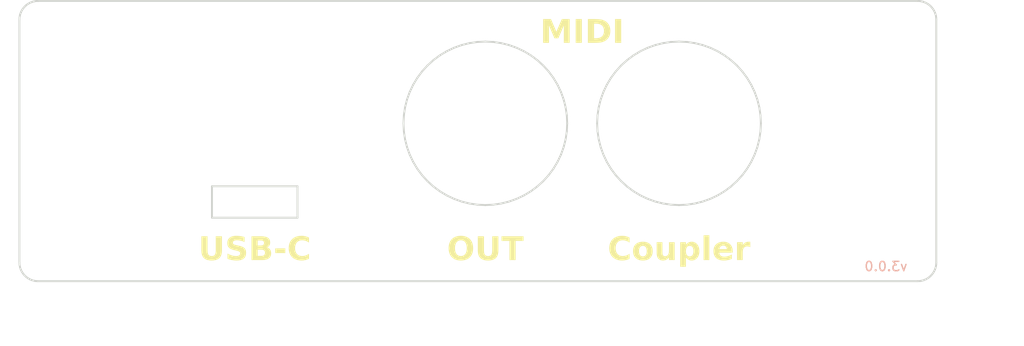
<source format=kicad_pcb>
(kicad_pcb (version 20221018) (generator pcbnew)

  (general
    (thickness 1.6)
  )

  (paper "USLetter")
  (title_block
    (title "MIDI OUT Faceplate")
    (date "2023-07-03")
    (rev "3.0.0")
    (company "Dave Dribin")
  )

  (layers
    (0 "F.Cu" signal)
    (31 "B.Cu" signal)
    (32 "B.Adhes" user "B.Adhesive")
    (33 "F.Adhes" user "F.Adhesive")
    (34 "B.Paste" user)
    (35 "F.Paste" user)
    (36 "B.SilkS" user "B.Silkscreen")
    (37 "F.SilkS" user "F.Silkscreen")
    (38 "B.Mask" user)
    (39 "F.Mask" user)
    (40 "Dwgs.User" user "User.Drawings")
    (41 "Cmts.User" user "User.Comments")
    (42 "Eco1.User" user "User.Eco1")
    (43 "Eco2.User" user "User.Eco2")
    (44 "Edge.Cuts" user)
    (45 "Margin" user)
    (46 "B.CrtYd" user "B.Courtyard")
    (47 "F.CrtYd" user "F.Courtyard")
    (48 "B.Fab" user)
    (49 "F.Fab" user)
    (50 "User.1" user)
    (51 "User.2" user)
    (52 "User.3" user)
    (53 "User.4" user)
    (54 "User.5" user)
    (55 "User.6" user)
    (56 "User.7" user)
    (57 "User.8" user)
    (58 "User.9" user)
  )

  (setup
    (pad_to_mask_clearance 0)
    (aux_axis_origin 100 80)
    (grid_origin 100 80)
    (pcbplotparams
      (layerselection 0x00010fc_ffffffff)
      (plot_on_all_layers_selection 0x0000000_00000000)
      (disableapertmacros false)
      (usegerberextensions true)
      (usegerberattributes true)
      (usegerberadvancedattributes true)
      (creategerberjobfile true)
      (dashed_line_dash_ratio 12.000000)
      (dashed_line_gap_ratio 3.000000)
      (svgprecision 4)
      (plotframeref false)
      (viasonmask false)
      (mode 1)
      (useauxorigin false)
      (hpglpennumber 1)
      (hpglpenspeed 20)
      (hpglpendiameter 15.000000)
      (dxfpolygonmode true)
      (dxfimperialunits true)
      (dxfusepcbnewfont true)
      (psnegative false)
      (psa4output false)
      (plotreference true)
      (plotvalue true)
      (plotinvisibletext false)
      (sketchpadsonfab false)
      (subtractmaskfromsilk true)
      (outputformat 1)
      (mirror false)
      (drillshape 0)
      (scaleselection 1)
      (outputdirectory "output/midi-out-faceplate-gerbers/")
    )
  )

  (net 0 "")

  (gr_line (start 98 106.65) (end 200 106.45)
    (stroke (width 0.15) (type dot)) (layer "Cmts.User") (tstamp 243e3375-fb57-4281-be34-26d90a125581))
  (gr_line (start 98 81.3) (end 200 81.3)
    (stroke (width 0.15) (type dot)) (layer "Cmts.User") (tstamp 2d81aaac-30d0-459c-a615-5daf2f57cf8c))
  (gr_line (start 98 104.2) (end 200 104.2)
    (stroke (width 0.15) (type dot)) (layer "Cmts.User") (tstamp 58dc5b15-5410-40a0-a176-6e370ef04108))
  (gr_line (start 98 108.7) (end 200 108.7)
    (stroke (width 0.15) (type dot)) (layer "Cmts.User") (tstamp c0837781-086a-454c-a85a-996ea8ae6a27))
  (gr_line (start 98 85.1) (end 200 85.1)
    (stroke (width 0.15) (type dot)) (layer "Cmts.User") (tstamp f149d42a-0cd6-495b-8d5f-2bd5783351eb))
  (gr_line (start 143.0361 98.651) (end 142.5246 97.9612)
    (stroke (width 0.2) (type solid)) (layer "Edge.Cuts") (tstamp 001b3794-73da-4cfd-a71f-9ccab41d3aeb))
  (gr_line (start 144.2491 99.8638) (end 143.6128 99.2872)
    (stroke (width 0.2) (type solid)) (layer "Edge.Cuts") (tstamp 041639c0-cc1e-441c-bce8-4dc177230106))
  (gr_line (start 167.1515 85.0161) (end 167.96 84.7268)
    (stroke (width 0.2) (type solid)) (layer "Edge.Cuts") (tstamp 06599ca6-57d4-474b-b6e1-11d85bfe6aa6))
  (gr_line (start 164.9491 99.8638) (end 164.3128 99.2872)
    (stroke (width 0.2) (type solid)) (layer "Edge.Cuts") (tstamp 0937ddc2-9836-4895-953a-d6cf1c77f702))
  (gr_line (start 173.8485 101.18396) (end 173.04 101.47324)
    (stroke (width 0.2) (type solid)) (layer "Edge.Cuts") (tstamp 09fb33da-3d4c-40b6-903d-f5211a4c23b1))
  (gr_line (start 196 110) (end 196.196 109.990372)
    (stroke (width 0.2) (type solid)) (layer "Edge.Cuts") (tstamp 0a4a94bb-65d9-4335-ac6a-24504a990900))
  (gr_line (start 152.34 84.7268) (end 153.1485 85.0161)
    (stroke (width 0.2) (type solid)) (layer "Edge.Cuts") (tstamp 0af4bfae-72e7-42ba-b6df-a0871a255893))
  (gr_line (start 176.6872 99.2872) (end 176.0509 99.8638)
    (stroke (width 0.2) (type solid)) (layer "Edge.Cuts") (tstamp 0bdde9a2-6871-40da-9225-f440c322415b))
  (gr_line (start 176.6872 86.9128) (end 177.2638 87.5491)
    (stroke (width 0.2) (type solid)) (layer "Edge.Cuts") (tstamp 0befe0b2-464e-411a-87e0-457d95f1c78d))
  (gr_line (start 176.0509 99.8638) (end 175.3612 100.37537)
    (stroke (width 0.2) (type solid)) (layer "Edge.Cuts") (tstamp 0bfa6800-7e34-4235-a8fd-1feb9aa4fadb))
  (gr_line (start 101.41942 80.0861) (end 101.23462 80.1523)
    (stroke (width 0.2) (type solid)) (layer "Edge.Cuts") (tstamp 0f984c5e-063b-4890-8865-37505b445a5e))
  (gr_line (start 144.9388 100.37537) (end 144.2491 99.8638)
    (stroke (width 0.2) (type solid)) (layer "Edge.Cuts") (tstamp 114ba849-6751-443c-acc3-16bee89e3417))
  (gr_line (start 100.086105 81.4194) (end 100.038422 81.6098)
    (stroke (width 0.2) (type solid)) (layer "Edge.Cuts") (tstamp 12178399-301a-4c88-8eb4-6634ca911ef7))
  (gr_line (start 173.04 84.7268) (end 173.8485 85.0161)
    (stroke (width 0.2) (type solid)) (layer "Edge.Cuts") (tstamp 1451e8c8-e980-4090-9b1a-29c69c1690d8))
  (gr_line (start 100.236145 81.0572) (end 100.152237 81.2346)
    (stroke (width 0.2) (type solid)) (layer "Edge.Cuts") (tstamp 190be1b2-6c54-48c7-b747-6feed2153079))
  (gr_line (start 100.015762 108.25067) (end 100.06282 108.49739)
    (stroke (width 0.2) (type solid)) (layer "Edge.Cuts") (tstamp 1a605c18-1297-4806-a51d-cc6a794ee5b2))
  (gr_line (start 142.0832 97.2247) (end 141.716 96.4485)
    (stroke (width 0.2) (type solid)) (layer "Edge.Cuts") (tstamp 1ada6051-a2f2-44b7-a817-c08f0975b781))
  (gr_line (start 166.3753 100.81682) (end 165.6387 100.37537)
    (stroke (width 0.2) (type solid)) (layer "Edge.Cuts") (tstamp 1dec72f6-7001-4e7a-93a9-a61c23e06494))
  (gr_line (start 164.9491 86.3362) (end 165.6387 85.8246)
    (stroke (width 0.2) (type solid)) (layer "Edge.Cuts") (tstamp 21b4a435-5670-4440-92a9-aae4faa54e4c))
  (gr_line (start 169.6423 101.80788) (end 168.793 101.68188)
    (stroke (width 0.2) (type solid)) (layer "Edge.Cuts") (tstamp 22b59451-07ed-4b66-9209-ce924b2697fd))
  (gr_line (start 101.62523 109.964584) (end 101.8744 109.996063)
    (stroke (width 0.2) (type solid)) (layer "Edge.Cuts") (tstamp 23b9b44d-0712-4a2b-a374-1a0b88a502cb))
  (gr_line (start 100.542053 109.369095) (end 100.725143 109.541031)
    (stroke (width 0.2) (type solid)) (layer "Edge.Cuts") (tstamp 240380e7-098a-4481-b8dd-c14ef6ed6eb9))
  (gr_line (start 100.381958 109.175583) (end 100.542053 109.369095)
    (stroke (width 0.2) (type solid)) (layer "Edge.Cuts") (tstamp 25816e7e-acd4-460f-a4ed-a44cf3a47078))
  (gr_line (start 158.3819 94.8071) (end 158.1732 95.64)
    (stroke (width 0.2) (type solid)) (layer "Edge.Cuts") (tstamp 294f6091-b4f4-4681-887e-3f88cd904265))
  (gr_line (start 100.140442 108.73625) (end 100.247375 108.96352)
    (stroke (width 0.2) (type solid)) (layer "Edge.Cuts") (tstamp 297639e2-014a-41f9-98ba-507cd8934e71))
  (gr_line (start 150.6576 101.80788) (end 149.8 101.85001)
    (stroke (width 0.2) (type solid)) (layer "Edge.Cuts") (tstamp 298ae316-d22e-49cc-9f71-2dbb690670e8))
  (gr_line (start 145.6753 100.81682) (end 144.9388 100.37537)
    (stroke (width 0.2) (type solid)) (layer "Edge.Cuts") (tstamp 2a4d5a1c-dfc3-4f93-9900-b963a15e315d))
  (gr_line (start 197.546 109.268799) (end 197.6629 109.111145)
    (stroke (width 0.2) (type solid)) (layer "Edge.Cuts") (tstamp 2b564e97-84af-441d-8a35-50815375998d))
  (gr_line (start 166.3753 85.3832) (end 167.1515 85.0161)
    (stroke (width 0.2) (type solid)) (layer "Edge.Cuts") (tstamp 2c2ab0b1-2772-4d86-bad9-afab2606e1bb))
  (gr_line (start 178.2168 88.9753) (end 178.5839 89.7515)
    (stroke (width 0.2) (type solid)) (layer "Edge.Cuts") (tstamp 2c3f4237-aaf5-4a1f-a717-48183b299246))
  (gr_line (start 179.0819 91.393) (end 179.2079 92.2424)
    (stroke (width 0.2) (type solid)) (layer "Edge.Cuts") (tstamp 2d6758c1-2ba4-4c1c-9802-25bf14eabeef))
  (gr_line (start 175.3612 85.8246) (end 176.0509 86.3362)
    (stroke (width 0.2) (type solid)) (layer "Edge.Cuts") (tstamp 2dc1e80a-9609-42f2-b256-24c71fa2ee4f))
  (gr_line (start 179.25 93.1) (end 179.2079 93.9577)
    (stroke (width 0.2) (type solid)) (layer "Edge.Cuts") (tstamp 2ddbde62-e025-494e-97c4-3a491da09219))
  (gr_line (start 151.507 101.68188) (end 150.6576 101.80788)
    (stroke (width 0.2) (type solid)) (layer "Edge.Cuts") (tstamp 2de17fb9-68a0-4bfd-bd12-fcaeabeaf10e))
  (gr_line (start 178.5839 96.4485) (end 178.2168 97.2247)
    (stroke (width 0.2) (type solid)) (layer "Edge.Cuts") (tstamp 2e0b21ee-7e55-48d7-8a23-8471ebfba162))
  (gr_line (start 101.23462 80.1523) (end 101.05721 80.2362)
    (stroke (width 0.2) (type solid)) (layer "Edge.Cuts") (tstamp 30dad93c-a1cf-4734-8fab-7e5604661dad))
  (gr_line (start 167.1515 101.18396) (end 166.3753 100.81682)
    (stroke (width 0.2) (type solid)) (layer "Edge.Cuts") (tstamp 31e3d029-70fd-4bc0-a769-d6a69c36135b))
  (gr_line (start 163.7361 98.651) (end 163.2246 97.9612)
    (stroke (width 0.2) (type solid)) (layer "Edge.Cuts") (tstamp 3410a00a-9566-4b86-8060-6f6a4ffff909))
  (gr_line (start 143.6128 86.9128) (end 144.2491 86.3362)
    (stroke (width 0.2) (type solid)) (layer "Edge.Cuts") (tstamp 3574eadc-de23-4852-bee5-834d985f1a1d))
  (gr_line (start 197.2688 109.546036) (end 197.4142 109.414215)
    (stroke (width 0.2) (type solid)) (layer "Edge.Cuts") (tstamp 358916dc-f6f9-4150-b8d3-dfd659692700))
  (gr_line (start 153.9247 100.81682) (end 153.1485 101.18396)
    (stroke (width 0.2) (type solid)) (layer "Edge.Cuts") (tstamp 35f086cd-c5e8-4380-9c6f-4246d317bd88))
  (gr_line (start 196.5806 80.0861) (end 196.3902 80.0384)
    (stroke (width 0.2) (type solid)) (layer "Edge.Cuts") (tstamp 387e2349-223b-4485-93d8-3d88d57af254))
  (gr_line (start 197.9616 108.39018) (end 197.9904 108.19604)
    (stroke (width 0.2) (type solid)) (layer "Edge.Cuts") (tstamp 3a6ea677-e159-4090-9f10-ea9e679f9a10))
  (gr_line (start 173.8485 85.0161) (end 174.6247 85.3832)
    (stroke (width 0.2) (type solid)) (layer "Edge.Cuts") (tstamp 3b7dc700-11b4-4736-b910-f11042346bb5))
  (gr_line (start 197.6629 80.8889) (end 197.546 80.7312)
    (stroke (width 0.2) (type solid)) (layer "Edge.Cuts") (tstamp 3c802dd6-719e-4d5d-8896-53466b0785d5))
  (gr_line (start 196.3902 109.961578) (end 196.5806 109.913895)
    (stroke (width 0.2) (type solid)) (layer "Edge.Cuts") (tstamp 3eb8e81a-a2a4-42f5-8010-65e58b940df8))
  (gr_line (start 177.2638 87.5491) (end 177.7753 88.2388)
    (stroke (width 0.2) (type solid)) (layer "Edge.Cuts") (tstamp 3f2dd9c0-e16d-4544-abc6-fbfed2e08021))
  (gr_line (start 175.3612 100.37537) (end 174.6247 100.81682)
    (stroke (width 0.2) (type solid)) (layer "Edge.Cuts") (tstamp 402219f3-a9b5-4af4-be8c-08ce6bb6a8e6))
  (gr_line (start 176.0509 86.3362) (end 176.6872 86.9128)
    (stroke (width 0.2) (type solid)) (layer "Edge.Cuts") (tstamp 440190e9-7126-43b4-9af3-48559d400642))
  (gr_line (start 157.8839 96.4485) (end 157.5168 97.2247)
    (stroke (width 0.2) (type solid)) (layer "Edge.Cuts") (tstamp 44615911-e614-4aff-9343-a4e8db7ca9df))
  (gr_line (start 161.75 93.1) (end 161.7921 92.2424)
    (stroke (width 0.2) (type solid)) (layer "Edge.Cuts") (tstamp 46c6041c-e37a-4291-9cc2-3d4e54229328))
  (gr_line (start 147.26 84.7268) (end 148.093 84.5181)
    (stroke (width 0.2) (type solid)) (layer "Edge.Cuts") (tstamp 47000fe4-1f07-437d-aaed-f7f11a822a38))
  (gr_line (start 197.8477 81.2346) (end 197.7638 81.0572)
    (stroke (width 0.2) (type solid)) (layer "Edge.Cuts") (tstamp 48677659-d14a-45d0-a436-b996e974dcd9))
  (gr_line (start 144.9388 85.8246) (end 145.6753 85.3832)
    (stroke (width 0.2) (type solid)) (layer "Edge.Cuts") (tstamp 49a01e57-042f-453b-8063-639f6bc4ee83))
  (gr_line (start 156.5638 98.651) (end 155.9872 99.2872)
    (stroke (width 0.2) (type solid)) (layer "Edge.Cuts") (tstamp 4b50b46b-602a-4429-bd50-b81d9fdec00c))
  (gr_line (start 153.1485 85.0161) (end 153.9247 85.3832)
    (stroke (width 0.2) (type solid)) (layer "Edge.Cuts") (tstamp 4cc6524b-3630-4f46-a227-999692987e35))
  (gr_line (start 196.7654 109.847763) (end 196.9428 109.763855)
    (stroke (width 0.2) (type solid)) (layer "Edge.Cuts") (tstamp 4d1bc8ea-4a73-48dc-856b-b96c23294e19))
  (gr_line (start 143.6128 99.2872) (end 143.0361 98.651)
    (stroke (width 0.2) (type solid)) (layer "Edge.Cuts") (tstamp 4d6e9ec3-2f55-4f02-ac4c-4d7105d5a2f3))
  (gr_line (start 158.3819 91.393) (end 158.5079 92.2424)
    (stroke (width 0.2) (type solid)) (layer "Edge.Cuts") (tstamp 4ddd5122-dda3-40c6-b4f0-ca224b350c88))
  (gr_line (start 157.5168 97.2247) (end 157.0753 97.9612)
    (stroke (width 0.2) (type solid)) (layer "Edge.Cuts") (tstamp 4ea0ccf8-a551-4a47-9291-a3681b76a7ea))
  (gr_line (start 156.5638 87.5491) (end 157.0753 88.2388)
    (stroke (width 0.2) (type solid)) (layer "Edge.Cuts") (tstamp 4ea21bf4-2e5d-417b-be27-5d40c02a9d7d))
  (gr_line (start 157.0753 97.9612) (end 156.5638 98.651)
    (stroke (width 0.2) (type solid)) (layer "Edge.Cuts") (tstamp 506f7a17-6db5-4ad1-8ee9-9cd0bad1d3f9))
  (gr_line (start 142.5246 88.2388) (end 143.0361 87.5491)
    (stroke (width 0.2) (type solid)) (layer "Edge.Cuts") (tstamp 50e7a1e1-5fa7-4b0b-bfd6-91dfa825be4c))
  (gr_line (start 197.546 80.7312) (end 197.4142 80.5858)
    (stroke (width 0.2) (type solid)) (layer "Edge.Cuts") (tstamp 51ae8656-37ac-4ce5-9a26-23cb2436b53c))
  (gr_line (start 148.093 84.5181) (end 148.9423 84.3921)
    (stroke (width 0.2) (type solid)) (layer "Edge.Cuts") (tstamp 5595db41-c5ea-483b-85d2-46c9eb153cb7))
  (gr_line (start 141.0921 92.2424) (end 141.2181 91.393)
    (stroke (width 0.2) (type solid)) (layer "Edge.Cuts") (tstamp 5b03bd8d-a285-42c2-a19e-24215a8a7473))
  (gr_line (start 100.888855 80.3371) (end 100.731201 80.454)
    (stroke (width 0.2) (type solid)) (layer "Edge.Cuts") (tstamp 5c92de46-aeda-473e-bb20-8ddb0f517477))
  (gr_line (start 197.4142 109.414215) (end 197.546 109.268799)
    (stroke (width 0.2) (type solid)) (layer "Edge.Cuts") (tstamp 5f09b3f0-78cc-4feb-979a-75c218bab856))
  (gr_line (start 100.247375 108.96352) (end 100.381958 109.175583)
    (stroke (width 0.2) (type solid)) (layer "Edge.Cuts") (tstamp 6005a122-ad72-47d0-bb39-add6bed46a3b))
  (gr_line (start 179.2079 93.9577) (end 179.0819 94.8071)
    (stroke (width 0.2) (type solid)) (layer "Edge.Cuts") (tstamp 6040ba63-a5ed-4f2d-b59b-8db2b04243a6))
  (gr_line (start 171.3576 84.3921) (end 172.207 84.5181)
    (stroke (width 0.2) (type solid)) (layer "Edge.Cuts") (tstamp 611b6f3c-7544-4e01-b336-c6c77a7949c0))
  (gr_line (start 173.04 101.47324) (end 172.207 101.68188)
    (stroke (width 0.2) (type solid)) (layer "Edge.Cuts") (tstamp 62b9dcc7-6cf7-4fbc-aa53-bc20006400e8))
  (gr_line (start 100 108) (end 100.015762 108.25067)
    (stroke (width 0.2) (type solid)) (layer "Edge.Cuts") (tstamp 6519362a-8ab4-4e14-b924-c0b0973bc763))
  (gr_line (start 165.6387 100.37537) (end 164.9491 99.8638)
    (stroke (width 0.2) (type solid)) (layer "Edge.Cuts") (tstamp 65dfe0b4-e1bb-4ed2-9bb1-10742f6b760e))
  (gr_line (start 100.453964 80.7312) (end 100.337051 80.8889)
    (stroke (width 0.2) (type solid)) (layer "Edge.Cuts") (tstamp 67863722-1277-4223-8dec-69a679bce496))
  (gr_line (start 100.038422 81.6098) (end 100.009628 81.804)
    (stroke (width 0.2) (type solid)) (layer "Edge.Cuts") (tstamp 68c9e912-dcdd-4d8b-9eb8-49e933a2b0c8))
  (gr_line (start 155.3509 99.8638) (end 154.6612 100.37537)
    (stroke (width 0.2) (type solid)) (layer "Edge.Cuts") (tstamp 69ec2955-2507-4a83-bc89-c047ecc1197e))
  (gr_line (start 153.9247 85.3832) (end 154.6612 85.8246)
    (stroke (width 0.2) (type solid)) (layer "Edge.Cuts") (tstamp 6a7552ae-ba2e-4683-acc3-9d3b11bb3282))
  (gr_line (start 100 82) (end 100 108)
    (stroke (width 0.2) (type solid)) (layer "Edge.Cuts") (tstamp 6b9ecc02-70ca-4df5-b12a-8d073346d263))
  (gr_line (start 163.2246 88.2388) (end 163.7361 87.5491)
    (stroke (width 0.2) (type solid)) (layer "Edge.Cuts") (tstamp 6c482281-c872-43d2-a6fa-3d6a3b9e7ba6))
  (gr_line (start 141.0921 93.9577) (end 141.05 93.1)
    (stroke (width 0.2) (type solid)) (layer "Edge.Cuts") (tstamp 6db94119-c6e4-46fe-92dc-6dfc918f8467))
  (gr_line (start 120.58 99.84) (end 129.72 99.84)
    (stroke (width 0.2) (type solid)) (layer "Edge.Cuts") (tstamp 6fe62159-6ba6-4a95-a4f1-fe03ebed63a7))
  (gr_line (start 177.7753 97.9612) (end 177.2638 98.651)
    (stroke (width 0.2) (type solid)) (layer "Edge.Cuts") (tstamp 70ae973a-9d58-4c73-8cf3-42b896cb93f7))
  (gr_line (start 148.9423 101.80788) (end 148.093 101.68188)
    (stroke (width 0.2) (type solid)) (layer "Edge.Cuts") (tstamp 7b8d81b1-7bff-4cdb-9b7a-72a371ef1b15))
  (gr_line (start 149.8 84.35) (end 150.6576 84.3921)
    (stroke (width 0.2) (type solid)) (layer "Edge.Cuts") (tstamp 7df2cd6d-244e-4420-af15-2f387f1d4c20))
  (gr_line (start 164.3128 86.9128) (end 164.9491 86.3362)
    (stroke (width 0.2) (type solid)) (layer "Edge.Cuts") (tstamp 833a2912-3511-469e-af51-8d5239357841))
  (gr_line (start 147.26 101.47324) (end 146.4515 101.18396)
    (stroke (width 0.2) (type solid)) (layer "Edge.Cuts") (tstamp 8375ded2-8a02-45a9-b384-4649abb125e1))
  (gr_line (start 101.80396 80.0096) (end 101.60982 80.0384)
    (stroke (width 0.2) (type solid)) (layer "Edge.Cuts") (tstamp 844c389f-3de8-4d62-86e6-d3720e57b7b9))
  (gr_line (start 169.6423 84.3921) (end 170.5 84.35)
    (stroke (width 0.2) (type solid)) (layer "Edge.Cuts") (tstamp 87a0e530-d5d5-45f6-87f2-89a3b77e8412))
  (gr_line (start 100.731201 80.454) (end 100.585785 80.5858)
    (stroke (width 0.2) (type solid)) (layer "Edge.Cuts") (tstamp 8938e27c-e379-4a53-9d9c-1fb3e24a57b9))
  (gr_line (start 196 80) (end 102 80)
    (stroke (width 0.2) (type solid)) (layer "Edge.Cuts") (tstamp 897575e2-2410-4895-888c-4e7c7b7744a9))
  (gr_line (start 162.416 96.4485) (end 162.1268 95.64)
    (stroke (width 0.2) (type solid)) (layer "Edge.Cuts") (tstamp 8a78f80b-20ac-4d50-b6c0-7cab9e717401))
  (gr_line (start 162.416 89.7515) (end 162.7832 88.9753)
    (stroke (width 0.2) (type solid)) (layer "Edge.Cuts") (tstamp 8c42e240-0aed-4513-8387-c58b74caa23f))
  (gr_line (start 145.6753 85.3832) (end 146.4515 85.0161)
    (stroke (width 0.2) (type solid)) (layer "Edge.Cuts") (tstamp 8cc41f6a-723c-4e90-927d-a1151d079b87))
  (gr_line (start 162.1268 90.56) (end 162.416 89.7515)
    (stroke (width 0.2) (type solid)) (layer "Edge.Cuts") (tstamp 8d48d082-c901-4a06-8a8f-54a02be8aa35))
  (gr_line (start 100.06282 108.49739) (end 100.140442 108.73625)
    (stroke (width 0.2) (type solid)) (layer "Edge.Cuts") (tstamp 8ee257a0-896d-4033-b572-525b808e1dd5))
  (gr_line (start 179.0819 94.8071) (end 178.8732 95.64)
    (stroke (width 0.2) (type solid)) (layer "Edge.Cuts") (tstamp 90926f4c-4a3d-4920-a35b-6ba5c5bd5d28))
  (gr_line (start 196.196 109.990372) (end 196.3902 109.961578)
    (stroke (width 0.2) (type solid)) (layer "Edge.Cuts") (tstamp 90cc38df-bada-4d4e-9fa4-ae1d19f35028))
  (gr_line (start 179.2079 92.2424) (end 179.25 93.1)
    (stroke (width 0.2) (type solid)) (layer "Edge.Cuts") (tstamp 916f9fd4-1199-43db-84c8-df533729a46b))
  (gr_line (start 168.793 101.68188) (end 167.96 101.47324)
    (stroke (width 0.2) (type solid)) (layer "Edge.Cuts") (tstamp 91eb4f80-aa7b-4594-8d44-347a5e515673))
  (gr_line (start 155.9872 99.2872) (end 155.3509 99.8638)
    (stroke (width 0.2) (type solid)) (layer "Edge.Cuts") (tstamp 92585162-01fe-4c49-8232-295c41c43978))
  (gr_line (start 177.2638 98.651) (end 176.6872 99.2872)
    (stroke (width 0.2) (type solid)) (layer "Edge.Cuts") (tstamp 956cd61e-0350-44eb-88e1-1f2002040114))
  (gr_line (start 154.6612 85.8246) (end 155.3509 86.3362)
    (stroke (width 0.2) (type solid)) (layer "Edge.Cuts") (tstamp 96878919-32cd-4457-b80b-9c95682cb814))
  (gr_line (start 163.2246 97.9612) (end 162.7832 97.2247)
    (stroke (width 0.2) (type solid)) (layer "Edge.Cuts") (tstamp 96a5e1a1-98da-44f6-a8db-72d3a43ae7c0))
  (gr_line (start 101.38196 109.902115) (end 101.62523 109.964584)
    (stroke (width 0.2) (type solid)) (layer "Edge.Cuts") (tstamp 97b79bd0-9c37-43fe-b89e-191cfec2182b))
  (gr_line (start 142.5246 97.9612) (end 142.0832 97.2247)
    (stroke (width 0.2) (type solid)) (layer "Edge.Cuts") (tstamp 986f7781-02db-426f-9864-fcf9a20d92c4))
  (gr_line (start 144.2491 86.3362) (end 144.9388 85.8246)
    (stroke (width 0.2) (type solid)) (layer "Edge.Cuts") (tstamp 9aa9ee4b-6de8-4fc3-b2a2-7ec6063a1e7b))
  (gr_line (start 157.0753 88.2388) (end 157.5168 88.9753)
    (stroke (width 0.2) (type solid)) (layer "Edge.Cuts") (tstamp 9ab041d3-3ee6-49cf-af57-bc0780c97ece))
  (gr_line (start 100.725143 109.541031) (end 100.928345 109.68866)
    (stroke (width 0.2) (type solid)) (layer "Edge.Cuts") (tstamp 9fb7e112-db35-439a-b1bf-a51c5c22c9e3))
  (gr_line (start 157.5168 88.9753) (end 157.8839 89.7515)
    (stroke (width 0.2) (type solid)) (layer "Edge.Cuts") (tstamp a17aefbc-c6cf-4cc4-bf4e-583b0ac0b385))
  (gr_line (start 197.9616 81.6098) (end 197.9139 81.4194)
    (stroke (width 0.2) (type solid)) (layer "Edge.Cuts") (tstamp a302285e-c28f-434f-87cf-a461529694be))
  (gr_line (start 158.1732 95.64) (end 157.8839 96.4485)
    (stroke (width 0.2) (type solid)) (layer "Edge.Cuts") (tstamp a4fd5485-1df7-4b2c-8c37-22865d5c39c3))
  (gr_line (start 148.093 101.68188) (end 147.26 101.47324)
    (stroke (width 0.2) (type solid)) (layer "Edge.Cuts") (tstamp a53d11c9-26d4-44bc-bb88-9a799c6f9dab))
  (gr_line (start 164.3128 99.2872) (end 163.7361 98.651)
    (stroke (width 0.2) (type solid)) (layer "Edge.Cuts") (tstamp a541b159-895f-4731-a82c-7e861ab7514f))
  (gr_line (start 141.2181 91.393) (end 141.4268 90.56)
    (stroke (width 0.2) (type solid)) (layer "Edge.Cuts") (tstamp a93b2bed-6d2e-40f7-a575-06b3247be03a))
  (gr_line (start 172.207 101.68188) (end 171.3576 101.80788)
    (stroke (width 0.2) (type solid)) (layer "Edge.Cuts") (tstamp a9853171-5304-471d-adfb-2d90e1169230))
  (gr_line (start 163.7361 87.5491) (end 164.3128 86.9128)
    (stroke (width 0.2) (type solid)) (layer "Edge.Cuts") (tstamp aa58893c-ceaa-4864-8bf6-daee8eb68c87))
  (gr_line (start 101.8744 110) (end 196 110)
    (stroke (width 0.2) (type solid)) (layer "Edge.Cuts") (tstamp ab178101-d9b7-4d1d-8ca7-920222b8c923))
  (gr_line (start 172.207 84.5181) (end 173.04 84.7268)
    (stroke (width 0.2) (type solid)) (layer "Edge.Cuts") (tstamp ac75ac91-f7f2-4d6b-bb13-bcae6e784b0e))
  (gr_line (start 178.5839 89.7515) (end 178.8732 90.56)
    (stroke (width 0.2) (type solid)) (layer "Edge.Cuts") (tstamp acd2750a-06fd-4cce-a086-144868abc3d7))
  (gr_line (start 174.6247 85.3832) (end 175.3612 85.8246)
    (stroke (width 0.2) (type solid)) (layer "Edge.Cuts") (tstamp ad26da06-1f62-4328-8ef2-a3cc862e5aee))
  (gr_line (start 120.58 103.20001) (end 120.58 99.84)
    (stroke (width 0.2) (type solid)) (layer "Edge.Cuts") (tstamp af19943a-0669-4894-a872-a9db6a54b550))
  (gr_line (start 152.34 101.47324) (end 151.507 101.68188)
    (stroke (width 0.2) (type solid)) (layer "Edge.Cuts") (tstamp afef399b-ed74-4b2e-9b17-438d68550c3d))
  (gr_line (start 196.3902 80.0384) (end 196.196 80.0096)
    (stroke (width 0.2) (type solid)) (layer "Edge.Cuts") (tstamp b1d876a4-64d7-411d-81f6-ad4728e51c83))
  (gr_line (start 161.9181 94.8071) (end 161.7921 93.9577)
    (stroke (width 0.2) (type solid)) (layer "Edge.Cuts") (tstamp b46dbce0-c68d-4a37-aee4-0131403840ef))
  (gr_line (start 197.4142 80.5858) (end 197.2688 80.454)
    (stroke (width 0.2) (type solid)) (layer "Edge.Cuts") (tstamp b4a7716b-d46f-4a4e-9e6c-43bb35b0dab5))
  (gr_line (start 196.9428 109.763855) (end 197.1111 109.662949)
    (stroke (width 0.2) (type solid)) (layer "Edge.Cuts") (tstamp b4b36498-1ada-408c-8eb2-7682d9bba47a))
  (gr_line (start 197.7638 108.94279) (end 197.8477 108.76538)
    (stroke (width 0.2) (type solid)) (layer "Edge.Cuts") (tstamp b57a38fd-e81e-4664-b9c6-40cee9fd8ad2))
  (gr_line (start 155.3509 86.3362) (end 155.9872 86.9128)
    (stroke (width 0.2) (type solid)) (layer "Edge.Cuts") (tstamp b5dc6e94-cede-4a13-9aeb-11b8fa9487ac))
  (gr_line (start 100.928345 109.68866) (end 101.14844 109.809662)
    (stroke (width 0.2) (type solid)) (layer "Edge.Cuts") (tstamp b61899d4-3227-4935-a84b-29538bfe17be))
  (gr_line (start 101.05721 80.2362) (end 100.888855 80.3371)
    (stroke (width 0.2) (type solid)) (layer "Edge.Cuts") (tstamp b7e66b0f-fc96-47ef-8fa9-69d3f0996a25))
  (gr_line (start 168.793 84.5181) (end 169.6423 84.3921)
    (stroke (width 0.2) (type solid)) (layer "Edge.Cuts") (tstamp b8ec4661-3e68-4cb3-92a6-57b6df536b90))
  (gr_line (start 178.8732 95.64) (end 178.5839 96.4485)
    (stroke (width 0.2) (type solid)) (layer "Edge.Cuts") (tstamp b96da4f3-b037-4e5e-882b-bac8964b8c92))
  (gr_line (start 158.1732 90.56) (end 158.3819 91.393)
    (stroke (width 0.2) (type solid)) (layer "Edge.Cuts") (tstamp bbb44826-a30e-4a48-b363-a60c0b68c64b))
  (gr_line (start 141.05 93.1) (end 141.0921 92.2424)
    (stroke (width 0.2) (type solid)) (layer "Edge.Cuts") (tstamp be5db50c-ba1f-46d0-a38b-afa15b75b9b2))
  (gr_line (start 154.6612 100.37537) (end 153.9247 100.81682)
    (stroke (width 0.2) (type solid)) (layer "Edge.Cuts") (tstamp bed0ac93-5380-4b28-b587-d809dd26abe3))
  (gr_line (start 142.0832 88.9753) (end 142.5246 88.2388)
    (stroke (width 0.2) (type solid)) (layer "Edge.Cuts") (tstamp c2369232-5cb0-4669-af1f-de57baedfdf5))
  (gr_line (start 101.60982 80.0384) (end 101.41942 80.0861)
    (stroke (width 0.2) (type solid)) (layer "Edge.Cuts") (tstamp c3afbb0c-b0fa-42fe-a6c3-a639fa0b9262))
  (gr_line (start 141.2181 94.8071) (end 141.0921 93.9577)
    (stroke (width 0.2) (type solid)) (layer "Edge.Cuts") (tstamp c54178e5-b1f4-47d7-ab4e-09c373932481))
  (gr_line (start 167.96 101.47324) (end 167.1515 101.18396)
    (stroke (width 0.2) (type solid)) (layer "Edge.Cuts") (tstamp c61f0dd9-4124-4183-a1b6-518717e8e429))
  (gr_line (start 146.4515 101.18396) (end 145.6753 100.81682)
    (stroke (width 0.2) (type solid)) (layer "Edge.Cuts") (tstamp c92cfce2-6fbe-44f0-b679-30ee725db33c))
  (gr_line (start 158.5079 93.9577) (end 158.3819 94.8071)
    (stroke (width 0.2) (type solid)) (layer "Edge.Cuts") (tstamp c9f99df1-f2c5-40a6-ac18-c2a3f274914d))
  (gr_line (start 146.4515 85.0161) (end 147.26 84.7268)
    (stroke (width 0.2) (type solid)) (layer "Edge.Cuts") (tstamp caac9077-dabc-43e8-82cb-79b480b8b3e3))
  (gr_line (start 197.9904 81.804) (end 197.9616 81.6098)
    (stroke (width 0.2) (type solid)) (layer "Edge.Cuts") (tstamp cafd14fe-ebad-48fc-a45c-9614d27ed3c9))
  (gr_line (start 100.337051 80.8889) (end 100.236145 81.0572)
    (stroke (width 0.2) (type solid)) (layer "Edge.Cuts") (tstamp cb0dffe0-d4e3-451a-9145-29353edf9b03))
  (gr_line (start 165.6387 85.8246) (end 166.3753 85.3832)
    (stroke (width 0.2) (type solid)) (layer "Edge.Cuts") (tstamp cd6f4445-a147-425d-b1ad-6f782bbecd9e))
  (gr_line (start 151.507 84.5181) (end 152.34 84.7268)
    (stroke (width 0.2) (type solid)) (layer "Edge.Cuts") (tstamp cf5bf7f1-12ba-4183-97de-9f700743edc3))
  (gr_line (start 141.4268 95.64) (end 141.2181 94.8071)
    (stroke (width 0.2) (type solid)) (layer "Edge.Cuts") (tstamp cfadae7a-b49f-4fe8-a57b-f7b22b0028dc))
  (gr_line (start 197.9139 108.58058) (end 197.9616 108.39018)
    (stroke (width 0.2) (type solid)) (layer "Edge.Cuts") (tstamp d03c80e9-045e-477a-83dc-91972d107806))
  (gr_line (start 198 108) (end 198 82)
    (stroke (width 0.2) (type solid)) (layer "Edge.Cuts") (tstamp d127ba5a-3f2d-4720-89ad-8d143a294325))
  (gr_line (start 174.6247 100.81682) (end 173.8485 101.18396)
    (stroke (width 0.2) (type solid)) (layer "Edge.Cuts") (tstamp d27ae4de-799a-41e6-987c-10b045a3ec99))
  (gr_line (start 129.72 99.84) (end 129.72 103.20001)
    (stroke (width 0.2) (type solid)) (layer "Edge.Cuts") (tstamp d35e97b3-3edd-4f33-ae48-f751282a58a0))
  (gr_line (start 149.8 101.85001) (end 148.9423 101.80788)
    (stroke (width 0.2) (type solid)) (layer "Edge.Cuts") (tstamp d4c98bbb-f708-4aca-bb49-8ddee19430f7))
  (gr_line (start 197.2688 80.454) (end 197.1111 80.3371)
    (stroke (width 0.2) (type solid)) (layer "Edge.Cuts") (tstamp d625613a-923e-474a-9b63-ff9080180257))
  (gr_line (start 197.8477 108.76538) (end 197.9139 108.58058)
    (stroke (width 0.2) (type solid)) (layer "Edge.Cuts") (tstamp d66e7eb8-e5af-4a2f-9db1-18df420449d4))
  (gr_line (start 143.0361 87.5491) (end 143.6128 86.9128)
    (stroke (width 0.2) (type solid)) (layer "Edge.Cuts") (tstamp d681fd4a-2468-4f25-aa3a-333f20206312))
  (gr_line (start 150.6576 84.3921) (end 151.507 84.5181)
    (stroke (width 0.2) (type solid)) (layer "Edge.Cuts") (tstamp d7717334-5d8b-4a25-b0e8-b1d12f560745))
  (gr_line (start 161.7921 92.2424) (end 161.9181 91.393)
    (stroke (width 0.2) (type solid)) (layer "Edge.Cuts") (tstamp d7acbe42-164f-49d8-938a-efa24a2a531e))
  (gr_line (start 178.2168 97.2247) (end 177.7753 97.9612)
    (stroke (width 0.2) (type solid)) (layer "Edge.Cuts") (tstamp d8da3296-fa9c-4d40-8d0e-8694c9b9576f))
  (gr_line (start 177.7753 88.2388) (end 178.2168 88.9753)
    (stroke (width 0.2) (type solid)) (layer "Edge.Cuts") (tstamp d8f3d719-8fbe-4ac8-943d-a49b93f8b2cf))
  (gr_line (start 178.8732 90.56) (end 179.0819 91.393)
    (stroke (width 0.2) (type solid)) (layer "Edge.Cuts") (tstamp da19a22d-c8ad-416f-b318-3cb0f943b390))
  (gr_line (start 141.716 89.7515) (end 142.0832 88.9753)
    (stroke (width 0.2) (type solid)) (layer "Edge.Cuts") (tstamp da71c02e-6aa9-4c58-b442-063816bcae8a))
  (gr_line (start 196.5806 109.913895) (end 196.7654 109.847763)
    (stroke (width 0.2) (type solid)) (layer "Edge.Cuts") (tstamp db9dbce8-a1d8-4bc8-8670-009e6ab8a883))
  (gr_line (start 148.9423 84.3921) (end 149.8 84.35)
    (stroke (width 0.2) (type solid)) (layer "Edge.Cuts") (tstamp dc159324-45cd-42d4-acfb-209b15a20e05))
  (gr_line (start 157.8839 89.7515) (end 158.1732 90.56)
    (stroke (width 0.2) (type solid)) (layer "Edge.Cuts") (tstamp dcf6b923-18c3-4e9b-9508-72e988eeef64))
  (gr_line (start 101.14844 109.809662) (end 101.38196 109.902115)
    (stroke (width 0.2) (type solid)) (layer "Edge.Cuts") (tstamp dda7d274-3195-43fe-895b-1d031b22e0d6))
  (gr_line (start 102 80) (end 101.80396 80.0096)
    (stroke (width 0.2) (type solid)) (layer "Edge.Cuts") (tstamp defd89b5-b804-4258-86c2-b1f497bc24d9))
  (gr_line (start 197.6629 109.111145) (end 197.7638 108.94279)
    (stroke (width 0.2) (type solid)) (layer "Edge.Cuts") (tstamp dff648b2-9ad1-4336-95f3-a06b3bd9f78a))
  (gr_line (start 129.72 103.20001) (end 120.58 103.20001)
    (stroke (width 0.2) (type solid)) (layer "Edge.Cuts") (tstamp e1a008a2-f44d-450e-b984-f45a37e5efb9))
  (gr_line (start 158.55 93.1) (end 158.5079 93.9577)
    (stroke (width 0.2) (type solid)) (layer "Edge.Cuts") (tstamp e21ddbe3-166c-4a46-84b9-be988e80d7a3))
  (gr_line (start 162.7832 88.9753) (end 163.2246 88.2388)
    (stroke (width 0.2) (type solid)) (layer "Edge.Cuts") (tstamp e2595e46-1818-4dc0-ae10-52fe75d50b47))
  (gr_line (start 170.5 101.85001) (end 169.6423 101.80788)
    (stroke (width 0.2) (type solid)) (layer "Edge.Cuts") (tstamp e40c02ad-c4c5-412a-a7c0-4f86accd0207))
  (gr_line (start 197.9139 81.4194) (end 197.8477 81.2346)
    (stroke (width 0.2) (type solid)) (layer "Edge.Cuts") (tstamp e5092a66-4753-48f8-9d24-cd7aea54e702))
  (gr_line (start 161.9181 91.393) (end 162.1268 90.56)
    (stroke (width 0.2) (type solid)) (layer "Edge.Cuts") (tstamp e58c6f67-168e-493b-8cc5-560cc87ca150))
  (gr_line (start 196.7654 80.1523) (end 196.5806 80.0861)
    (stroke (width 0.2) (type solid)) (layer "Edge.Cuts") (tstamp e5bdcdb4-a2b6-46a7-b697-21049e8d3799))
  (gr_line (start 197.1111 80.3371) (end 196.9428 80.2362)
    (stroke (width 0.2) (type solid)) (layer "Edge.Cuts") (tstamp e61489c0-6011-460b-9be6-5e474665e53d))
  (gr_line (start 158.5079 92.2424) (end 158.55 93.1)
    (stroke (width 0.2) (type solid)) (layer "Edge.Cuts") (tstamp e86401e9-11c3-49b0-823b-0964bf98855c))
  (gr_line (start 197.7638 81.0572) (end 197.6629 80.8889)
    (stroke (width 0.2) (type solid)) (layer "Edge.Cuts") (tstamp e952d227-e60a-4d98-92d5-b78daa45fa65))
  (gr_line (start 196.196 80.0096) (end 196 80)
    (stroke (width 0.2) (type solid)) (layer "Edge.Cuts") (tstamp ea32ee4f-5b66-43f3-bff8-faa82ae0ad9b))
  (gr_line (start 197.9904 108.19604) (end 198 108)
    (stroke (width 0.2) (type solid)) (layer "Edge.Cuts") (tstamp ec5912fb-9d26-42f6-8dfb-57aa640006d8))
  (gr_line (start 162.7832 97.2247) (end 162.416 96.4485)
    (stroke (width 0.2) (type solid)) (layer "Edge.Cuts") (tstamp ecbf178a-cb4b-435b-a2de-a63538d8aa30))
  (gr_line (start 197.1111 109.662949) (end 197.2688 109.546036)
    (stroke (width 0.2) (type solid)) (layer "Edge.Cuts") (tstamp ef28c970-1849-4675-9fba-467b86cd0c68))
  (gr_line (start 100.009628 81.804) (end 100 82)
    (stroke (width 0.2) (type solid)) (layer "Edge.Cuts") (tstamp ef3d062f-da90-4697-9adc-442d65a127f2))
  (gr_line (start 167.96 84.7268) (end 168.793 84.5181)
    (stroke (width 0.2) (type solid)) (layer "Edge.Cuts") (tstamp efdad4e7-2f9d-44bc-81b7-4bb7f48df9b5))
  (gr_line (start 155.9872 86.9128) (end 156.5638 87.5491)
    (stroke (width 0.2) (type solid)) (layer "Edge.Cuts") (tstamp f12f71be-194f-4887-bb08-1389a637b538))
  (gr_line (start 100.585785 80.5858) (end 100.453964 80.7312)
    (stroke (width 0.2) (type solid)) (layer "Edge.Cuts") (tstamp f1807c9d-ef98-4864-bf76-cf5671aead20))
  (gr_line (start 161.7921 93.9577) (end 161.75 93.1)
    (stroke (width 0.2) (type solid)) (layer "Edge.Cuts") (tstamp f235353b-106d-4d5e-8632-690a93fff30d))
  (gr_line (start 171.3576 101.80788) (end 170.5 101.85001)
    (stroke (width 0.2) (type solid)) (layer "Edge.Cuts") (tstamp f248826b-e344-45ea-a331-0c0d54c984f1))
  (gr_line (start 141.4268 90.56) (end 141.716 89.7515)
    (stroke (width 0.2) (type solid)) (layer "Edge.Cuts") (tstamp f2e40fad-c51f-49db-bd5b-a9e4f56fd5a7))
  (gr_line (start 100.152237 81.2346) (end 100.086105 81.4194)
    (stroke (width 0.2) (type solid)) (layer "Edge.Cuts") (tstamp f4048fe1-2ccf-4a08-a3d6-d912de341cef))
  (gr_line (start 141.716 96.4485) (end 141.4268 95.64)
    (stroke (width 0.2) (type solid)) (layer "Edge.Cuts") (tstamp f645ad11-1195-441f-99df-ef37b83fda16))
  (gr_line (start 162.1268 95.64) (end 161.9181 94.8071)
    (stroke (width 0.2) (type solid)) (layer "Edge.Cuts") (tstamp f66954bc-8880-48a2-873a-b09811ae9843))
  (gr_line (start 153.1485 101.18396) (end 152.34 101.47324)
    (stroke (width 0.2) (type solid)) (layer "Edge.Cuts") (tstamp f67e6caf-a6fb-43d1-b842-ebe38afad935))
  (gr_line (start 170.5 84.35) (end 171.3576 84.3921)
    (stroke (width 0.2) (type solid)) (layer "Edge.Cuts") (tstamp f823949f-d12f-465b-9c43-c4f83a5cf9fe))
  (gr_line (start 198 82) (end 197.9904 81.804)
    (stroke (width 0.2) (type solid)) (layer "Edge.Cuts") (tstamp f92b49d1-bcaf-4976-8a4b-9e7efd4b74d9))
  (gr_line (start 196.9428 80.2362) (end 196.7654 80.1523)
    (stroke (width 0.2) (type solid)) (layer "Edge.Cuts") (tstamp fd361d42-544f-4b80-9318-bb7fdb5a870c))
  (gr_text "v3.0.0" (at 195 109) (layer "B.SilkS") (tstamp 575c917d-2591-42f5-a2fc-51f8ec23d5f1)
    (effects (font (size 1 1) (thickness 0.15)) (justify left bottom mirror))
  )
  (gr_text "Coupler" (at 170.5 106.7) (layer "F.SilkS") (tstamp 0cc5b966-7c50-44fe-a98e-792ff8563fa4)
    (effects (font (face "Arial Black") (size 2.5 2.5) (thickness 0.5) bold))
    (render_cache "Coupler" 0
      (polygon
        (pts
          (xy 165.053995 106.677486)          (xy 165.77329 106.885703)          (xy 165.763754 106.923505)          (xy 165.753617 106.960435)
          (xy 165.742879 106.996492)          (xy 165.73154 107.031676)          (xy 165.7196 107.065987)          (xy 165.707058 107.099425)
          (xy 165.693916 107.13199)          (xy 165.680173 107.163681)          (xy 165.665828 107.1945)          (xy 165.650883 107.224446)
          (xy 165.635336 107.253519)          (xy 165.619188 107.281719)          (xy 165.60244 107.309047)          (xy 165.58509 107.335501)
          (xy 165.567139 107.361082)          (xy 165.548587 107.38579)          (xy 165.529527 107.409615)          (xy 165.509899 107.432702)
          (xy 165.489704 107.455048)          (xy 165.468941 107.476656)          (xy 165.44761 107.497524)          (xy 165.425712 107.517652)
          (xy 165.403246 107.537041)          (xy 165.380212 107.555691)          (xy 165.356611 107.573602)          (xy 165.332441 107.590773)
          (xy 165.307705 107.607204)          (xy 165.2824 107.622896)          (xy 165.256528 107.637849)          (xy 165.230088 107.652062)
          (xy 165.203081 107.665536)          (xy 165.175506 107.678271)          (xy 165.147179 107.690175)          (xy 165.117918 107.701311)
          (xy 165.087722 107.71168)          (xy 165.05659 107.72128)          (xy 165.024524 107.730113)          (xy 164.991522 107.738177)
          (xy 164.957586 107.745473)          (xy 164.922715 107.752001)          (xy 164.886908 107.757762)          (xy 164.850167 107.762754)
          (xy 164.81249 107.766978)          (xy 164.773879 107.770434)          (xy 164.734333 107.773122)          (xy 164.693851 107.775042)
          (xy 164.652435 107.776194)          (xy 164.610084 107.776578)          (xy 164.584317 107.776461)          (xy 164.558843 107.776108)
          (xy 164.533661 107.775521)          (xy 164.508771 107.774699)          (xy 164.484173 107.773642)          (xy 164.435854 107.770822)
          (xy 164.388703 107.767063)          (xy 164.342722 107.762364)          (xy 164.297909 107.756726)          (xy 164.254265 107.750148)
          (xy 164.21179 107.742629)          (xy 164.170483 107.734172)          (xy 164.130345 107.724774)          (xy 164.091376 107.714437)
          (xy 164.053576 107.703159)          (xy 164.016944 107.690942)          (xy 163.981481 107.677786)          (xy 163.947187 107.663689)
          (xy 163.930478 107.656289)          (xy 163.89771 107.640542)          (xy 163.865506 107.623373)          (xy 163.833864 107.604783)
          (xy 163.802785 107.584771)          (xy 163.772269 107.563338)          (xy 163.742316 107.540483)          (xy 163.712925 107.516207)
          (xy 163.684098 107.490509)          (xy 163.655834 107.463389)          (xy 163.628132 107.434848)          (xy 163.600993 107.404886)
          (xy 163.574418 107.373501)          (xy 163.548405 107.340696)          (xy 163.522955 107.306468)          (xy 163.498068 107.270819)
          (xy 163.473744 107.233749)          (xy 163.450526 107.19524)          (xy 163.428807 107.155429)          (xy 163.408585 107.114315)
          (xy 163.389862 107.0719)          (xy 163.372636 107.028182)          (xy 163.356908 106.983161)          (xy 163.342678 106.936839)
          (xy 163.336125 106.913189)          (xy 163.329946 106.889214)          (xy 163.324142 106.864913)          (xy 163.318712 106.840286)
          (xy 163.313656 106.815334)          (xy 163.308975 106.790057)          (xy 163.304669 106.764454)          (xy 163.300737 106.738525)
          (xy 163.297179 106.71227)          (xy 163.293996 106.685691)          (xy 163.291188 106.658785)          (xy 163.288754 106.631554)
          (xy 163.286694 106.603997)          (xy 163.285009 106.576115)          (xy 163.283698 106.547907)          (xy 163.282762 106.519374)
          (xy 163.2822 106.490515)          (xy 163.282013 106.461331)          (xy 163.282343 106.422457)          (xy 163.283332 106.384146)
          (xy 163.284981 106.346398)          (xy 163.287289 106.309213)          (xy 163.290257 106.272591)          (xy 163.293884 106.236532)
          (xy 163.298171 106.201035)          (xy 163.303117 106.166102)          (xy 163.308723 106.131732)          (xy 163.314988 106.097924)
          (xy 163.321913 106.064679)          (xy 163.329497 106.031997)          (xy 163.337741 105.999879)          (xy 163.346645 105.968323)
          (xy 163.356207 105.93733)          (xy 163.36643 105.906899)          (xy 163.377311 105.877032)          (xy 163.388853 105.847728)
          (xy 163.401054 105.818986)          (xy 163.413914 105.790808)          (xy 163.427434 105.763192)          (xy 163.441613 105.736139)
          (xy 163.456452 105.709649)          (xy 163.47195 105.683722)          (xy 163.488108 105.658358)          (xy 163.504925 105.633557)
          (xy 163.522402 105.609319)          (xy 163.540539 105.585644)          (xy 163.559334 105.562531)          (xy 163.57879 105.539982)
          (xy 163.598905 105.517995)          (xy 163.619679 105.496571)          (xy 163.641093 105.475759)          (xy 163.663049 105.455608)
          (xy 163.685548 105.436118)          (xy 163.708589 105.417288)          (xy 163.732173 105.399119)          (xy 163.7563 105.38161)
          (xy 163.780969 105.364763)          (xy 163.806181 105.348575)          (xy 163.831936 105.333049)          (xy 163.858233 105.318183)
          (xy 163.885073 105.303978)          (xy 163.912456 105.290434)          (xy 163.940381 105.277551)          (xy 163.968848 105.265328)
          (xy 163.997859 105.253766)          (xy 164.027412 105.242864)          (xy 164.057508 105.232623)          (xy 164.088146 105.223043)
          (xy 164.119327 105.214124)          (xy 164.15105 105.205865)          (xy 164.183316 105.198267)          (xy 164.216125 105.19133)
          (xy 164.249477 105.185053)          (xy 164.283371 105.179437)          (xy 164.317807 105.174482)          (xy 164.352787 105.170188)
          (xy 164.388309 105.166554)          (xy 164.424373 105.163581)          (xy 164.460981 105.161268)          (xy 164.49813 105.159616)
          (xy 164.535823 105.158625)          (xy 164.574058 105.158295)          (xy 164.603969 105.158487)          (xy 164.63348 105.159063)
          (xy 164.662592 105.160023)          (xy 164.691304 105.161367)          (xy 164.719617 105.163095)          (xy 164.74753 105.165207)
          (xy 164.775044 105.167703)          (xy 164.802158 105.170584)          (xy 164.828872 105.173848)          (xy 164.855188 105.177496)
          (xy 164.881103 105.181528)          (xy 164.906619 105.185944)          (xy 164.931736 105.190744)          (xy 164.956453 105.195928)
          (xy 164.980771 105.201497)          (xy 165.004689 105.207449)          (xy 165.051326 105.220505)          (xy 165.096366 105.235098)
          (xy 165.139807 105.251227)          (xy 165.18165 105.268891)          (xy 165.221895 105.288092)          (xy 165.260542 105.308829)
          (xy 165.297592 105.331102)          (xy 165.333043 105.354911)          (xy 165.367165 105.380387)          (xy 165.400228 105.407661)
          (xy 165.432233 105.436734)          (xy 165.463178 105.467606)          (xy 165.493065 105.500276)          (xy 165.521892 105.534744)
          (xy 165.54966 105.571011)          (xy 165.576369 105.609076)          (xy 165.60202 105.648939)          (xy 165.626611 105.690601)
          (xy 165.638509 105.712107)          (xy 165.650143 105.734062)          (xy 165.661512 105.756466)          (xy 165.672616 105.779321)
          (xy 165.683456 105.802624)          (xy 165.694031 105.826378)          (xy 165.704341 105.850581)          (xy 165.714386 105.875234)
          (xy 165.724166 105.900336)          (xy 165.733682 105.925888)          (xy 165.742933 105.951889)          (xy 165.751919 105.97834)
          (xy 165.025907 106.13893)          (xy 165.018372 106.115569)          (xy 165.008393 106.086541)          (xy 164.998489 106.059937)
          (xy 164.988663 106.035756)          (xy 164.976486 106.008938)          (xy 164.964429 105.985906)          (xy 164.950118 105.963265)
          (xy 164.947749 105.960022)          (xy 164.93174 105.939414)          (xy 164.914853 105.920027)          (xy 164.897088 105.901862)
          (xy 164.878446 105.884918)          (xy 164.858925 105.869194)          (xy 164.838527 105.854692)          (xy 164.817251 105.841412)
          (xy 164.795098 105.829352)          (xy 164.772171 105.818619)          (xy 164.748577 105.809317)          (xy 164.724315 105.801446)
          (xy 164.699385 105.795006)          (xy 164.673787 105.789997)          (xy 164.647522 105.786419)          (xy 164.620588 105.784272)
          (xy 164.592987 105.783557)          (xy 164.561698 105.784337)          (xy 164.531334 105.786677)          (xy 164.501897 105.790576)
          (xy 164.473384 105.796036)          (xy 164.445797 105.803056)          (xy 164.419135 105.811635)          (xy 164.393399 105.821775)
          (xy 164.368589 105.833474)          (xy 164.344703 105.846733)          (xy 164.321744 105.861552)          (xy 164.299709 105.877931)
          (xy 164.2786 105.89587)          (xy 164.258417 105.915369)          (xy 164.239159 105.936428)          (xy 164.220826 105.959047)
          (xy 164.203419 105.983225)          (xy 164.185087 106.012815)          (xy 164.168558 106.045486)          (xy 164.15854 106.068977)
          (xy 164.149323 106.093838)          (xy 164.140908 106.120068)          (xy 164.133295 106.147667)          (xy 164.126483 106.176635)
          (xy 164.120472 106.206972)          (xy 164.115263 106.238678)          (xy 164.110855 106.271754)          (xy 164.107249 106.306198)
          (xy 164.104444 106.342012)          (xy 164.10244 106.379194)          (xy 164.101238 106.417746)          (xy 164.100837 106.457667)
          (xy 164.100956 106.482528)          (xy 164.101905 106.530752)          (xy 164.103804 106.576977)          (xy 164.106652 106.621203)
          (xy 164.110449 106.66343)          (xy 164.115196 106.703659)          (xy 164.120891 106.741888)          (xy 164.127537 106.778119)
          (xy 164.135131 106.812352)          (xy 164.143675 106.844585)          (xy 164.153168 106.87482)          (xy 164.16361 106.903055)
          (xy 164.175002 106.929292)          (xy 164.187343 106.953531)          (xy 164.200633 106.97577)          (xy 164.214872 106.996011)
          (xy 164.222348 107.005382)          (xy 164.246115 107.031462)          (xy 164.271621 107.054977)          (xy 164.298866 107.075926)
          (xy 164.32785 107.094311)          (xy 164.358572 107.11013)          (xy 164.391033 107.123384)          (xy 164.425233 107.134072)
          (xy 164.448999 107.139773)          (xy 164.473538 107.144333)          (xy 164.498849 107.147754)          (xy 164.524934 107.150034)
          (xy 164.551791 107.151174)          (xy 164.565509 107.151317)          (xy 164.591963 107.150868)          (xy 164.617592 107.149523)
          (xy 164.642396 107.147281)          (xy 164.678054 107.142236)          (xy 164.711855 107.135174)          (xy 164.743799 107.126093)
          (xy 164.773886 107.114995)          (xy 164.802117 107.101879)          (xy 164.82849 107.086745)          (xy 164.853007 107.069593)
          (xy 164.875667 107.050423)          (xy 164.889742 107.036523)          (xy 164.909861 107.013757)          (xy 164.929004 106.988738)
          (xy 164.94717 106.961464)          (xy 164.96436 106.931937)          (xy 164.980573 106.900156)          (xy 164.990838 106.877716)
          (xy 165.00067 106.854274)          (xy 165.010068 106.829831)          (xy 165.019031 106.804386)          (xy 165.027561 106.777939)
          (xy 165.035656 106.75049)          (xy 165.043317 106.72204)          (xy 165.050544 106.692587)
        )
      )
      (polygon
        (pts
          (xy 167.058353 105.822954)          (xy 167.092361 105.823909)          (xy 167.125839 105.825501)          (xy 167.158786 105.82773)
          (xy 167.191203 105.830596)          (xy 167.223089 105.834099)          (xy 167.254444 105.838238)          (xy 167.285268 105.843015)
          (xy 167.315562 105.848428)          (xy 167.345325 105.854478)          (xy 167.374557 105.861165)          (xy 167.403258 105.868488)
          (xy 167.431429 105.876449)          (xy 167.459069 105.885046)          (xy 167.486179 105.894281)          (xy 167.512757 105.904152)
          (xy 167.538805 105.91466)          (xy 167.564323 105.925804)          (xy 167.589309 105.937586)          (xy 167.613765 105.950004)
          (xy 167.63769 105.96306)          (xy 167.661085 105.976752)          (xy 167.683949 105.991081)          (xy 167.706282 106.006047)
          (xy 167.728084 106.021649)          (xy 167.749356 106.037889)          (xy 167.770097 106.054765)          (xy 167.790307 106.072278)
          (xy 167.809986 106.090429)          (xy 167.829135 106.109215)          (xy 167.847753 106.128639)          (xy 167.865841 106.1487)
          (xy 167.893717 106.181992)          (xy 167.919794 106.216229)          (xy 167.944073 106.251411)          (xy 167.966553 106.287537)
          (xy 167.987235 106.324607)          (xy 168.006118 106.362622)          (xy 168.023203 106.401582)          (xy 168.03849 106.441486)
          (xy 168.051978 106.482335)          (xy 168.063668 106.524128)          (xy 168.073559 106.566865)          (xy 168.081652 106.610548)
          (xy 168.087947 106.655175)          (xy 168.092443 106.700746)          (xy 168.095141 106.747262)          (xy 168.09604 106.794722)
          (xy 168.095761 106.821513)          (xy 168.094926 106.848)          (xy 168.093534 106.874183)          (xy 168.091584 106.900061)
          (xy 168.089078 106.925636)          (xy 168.086015 106.950906)          (xy 168.082395 106.975873)          (xy 168.078218 107.000535)
          (xy 168.073484 107.024893)          (xy 168.068193 107.048947)          (xy 168.062345 107.072697)          (xy 168.048978 107.119284)
          (xy 168.033384 107.164655)          (xy 168.015562 107.20881)          (xy 167.995512 107.251748)          (xy 167.973234 107.293469)
          (xy 167.948729 107.333975)          (xy 167.921996 107.373263)          (xy 167.893035 107.411336)          (xy 167.861846 107.448192)
          (xy 167.82843 107.483831)          (xy 167.810886 107.501195)          (xy 167.792891 107.518137)          (xy 167.774472 107.534542)
          (xy 167.755629 107.550409)          (xy 167.736364 107.565738)          (xy 167.716674 107.580529)          (xy 167.696562 107.594782)
          (xy 167.676026 107.608497)          (xy 167.655067 107.621675)          (xy 167.633684 107.634315)          (xy 167.611878 107.646416)
          (xy 167.589649 107.65798)          (xy 167.566996 107.669007)          (xy 167.54392 107.679495)          (xy 167.520421 107.689445)
          (xy 167.496498 107.698858)          (xy 167.472152 107.707732)          (xy 167.447382 107.716069)          (xy 167.422189 107.723868)
          (xy 167.396573 107.731129)          (xy 167.370534 107.737853)          (xy 167.344071 107.744038)          (xy 167.317184 107.749685)
          (xy 167.289874 107.754795)          (xy 167.262141 107.759367)          (xy 167.233985 107.763401)          (xy 167.205405 107.766897)
          (xy 167.176402 107.769855)          (xy 167.146975 107.772275)          (xy 167.117125 107.774158)          (xy 167.086852 107.775503)
          (xy 167.056155 107.776309)          (xy 167.025035 107.776578)          (xy 166.997267 107.776355)          (xy 166.969832 107.775686)
          (xy 166.942732 107.774571)          (xy 166.915965 107.77301)          (xy 166.889533 107.771003)          (xy 166.863434 107.76855)
          (xy 166.837669 107.765651)          (xy 166.812238 107.762305)          (xy 166.787141 107.758514)          (xy 166.762378 107.754277)
          (xy 166.737949 107.749594)          (xy 166.713854 107.744464)          (xy 166.666666 107.732867)          (xy 166.620813 107.719487)
          (xy 166.576296 107.704322)          (xy 166.533115 107.687372)          (xy 166.491269 107.668639)          (xy 166.450759 107.648122)
          (xy 166.411585 107.62582)          (xy 166.373746 107.601735)          (xy 166.337243 107.575865)          (xy 166.302076 107.548211)
          (xy 166.281114 107.530294)          (xy 166.260817 107.512033)          (xy 166.241186 107.493428)          (xy 166.22222 107.47448)
          (xy 166.20392 107.455189)          (xy 166.186285 107.435554)          (xy 166.169316 107.415576)          (xy 166.153012 107.395254)
          (xy 166.137373 107.374589)          (xy 166.1224 107.35358)          (xy 166.108093 107.332228)          (xy 166.094451 107.310532)
          (xy 166.081474 107.288493)          (xy 166.069163 107.266111)          (xy 166.057517 107.243385)          (xy 166.046537 107.220315)
          (xy 166.036222 107.196902)          (xy 166.026573 107.173146)          (xy 166.017589 107.149046)          (xy 166.009271 107.124603)
          (xy 166.001618 107.099816)          (xy 165.994631 107.074685)          (xy 165.988309 107.049212)          (xy 165.982652 107.023394)
          (xy 165.977661 106.997234)          (xy 165.973336 106.97073)          (xy 165.969676 106.943882)          (xy 165.966681 106.916691)
          (xy 165.964352 106.889156)          (xy 165.962688 106.861278)          (xy 165.96169 106.833057)          (xy 165.961357 106.804492)
          (xy 165.961415 106.798996)          (xy 166.701413 106.798996)          (xy 166.701778 106.828868)          (xy 166.702873 106.857729)
          (xy 166.704698 106.885579)          (xy 166.707252 106.912417)          (xy 166.710536 106.938243)          (xy 166.714551 106.963059)
          (xy 166.721941 106.998386)          (xy 166.730973 107.031437)          (xy 166.741647 107.062213)          (xy 166.753963 107.090714)
          (xy 166.767922 107.116939)          (xy 166.783523 107.140889)          (xy 166.794836 107.155591)          (xy 166.812766 107.175779)
          (xy 166.831523 107.19398)          (xy 166.851105 107.210197)          (xy 166.871515 107.224427)          (xy 166.892751 107.236672)
          (xy 166.922351 107.24991)          (xy 166.95342 107.259618)          (xy 166.977687 107.264582)          (xy 167.002779 107.26756)
          (xy 167.028699 107.268553)          (xy 167.05482 107.267577)          (xy 167.080061 107.264646)          (xy 167.104422 107.259763)
          (xy 167.127903 107.252926)          (xy 167.157842 107.240771)          (xy 167.186216 107.225143)          (xy 167.20647 107.211143)
          (xy 167.225844 107.19519)          (xy 167.244337 107.177283)          (xy 167.26195 107.157423)          (xy 167.278428 107.135221)
          (xy 167.293285 107.110518)          (xy 167.306521 107.083314)          (xy 167.318136 107.05361)          (xy 167.32813 107.021405)
          (xy 167.336504 106.986698)          (xy 167.341186 106.962172)          (xy 167.345148 106.936533)          (xy 167.34839 106.909783)
          (xy 167.350911 106.881922)          (xy 167.352711 106.852949)          (xy 167.353792 106.822865)          (xy 167.354152 106.791669)
          (xy 167.35379 106.762615)          (xy 167.352702 106.73453)          (xy 167.350889 106.707412)          (xy 167.348351 106.681264)
          (xy 167.345088 106.656083)          (xy 167.3411 106.631871)          (xy 167.333759 106.597369)          (xy 167.324786 106.565046)
          (xy 167.314181 106.534901)          (xy 167.301945 106.506935)          (xy 167.288078 106.481149)          (xy 167.272579 106.457541)
          (xy 167.26134 106.443012)          (xy 167.243567 106.422934)          (xy 167.225054 106.40483)          (xy 167.2058 106.388702)
          (xy 167.185806 106.374548)          (xy 167.157995 106.358749)          (xy 167.128867 106.34646)          (xy 167.098422 106.337683)
          (xy 167.066661 106.332416)          (xy 167.041976 106.33077)          (xy 167.033583 106.330661)          (xy 167.007108 106.331664)
          (xy 166.981491 106.334675)          (xy 166.956733 106.339693)          (xy 166.932833 106.346718)          (xy 166.909792 106.35575)
          (xy 166.88761 106.366789)          (xy 166.866287 106.379835)          (xy 166.845822 106.394889)          (xy 166.826215 106.41195)
          (xy 166.807468 106.431017)          (xy 166.795447 106.444844)          (xy 166.778642 106.467359)          (xy 166.76349 106.492085)
          (xy 166.749991 106.519022)          (xy 166.738145 106.54817)          (xy 166.727952 106.57953)          (xy 166.719412 106.6131)
          (xy 166.712524 106.648881)          (xy 166.708851 106.673964)          (xy 166.705913 106.700029)          (xy 166.703709 106.727077)
          (xy 166.70224 106.755108)          (xy 166.701505 106.784121)          (xy 166.701413 106.798996)          (xy 165.961415 106.798996)
          (xy 165.961638 106.777924)          (xy 165.962481 106.75165)          (xy 165.963885 106.72567)          (xy 165.965851 106.699983)
          (xy 165.968379 106.674589)          (xy 165.971468 106.649488)          (xy 165.975119 106.624681)          (xy 165.979332 106.600167)
          (xy 165.984107 106.575947)          (xy 165.989443 106.55202)          (xy 166.0018 106.505046)          (xy 166.016405 106.459246)
          (xy 166.033256 106.414619)          (xy 166.052354 106.371166)          (xy 166.073699 106.328886)          (xy 166.097291 106.28778)
          (xy 166.12313 106.247847)          (xy 166.151216 106.209088)          (xy 166.181548 106.171502)          (xy 166.214127 106.13509)
          (xy 166.231259 106.117324)          (xy 166.248953 106.099851)          (xy 166.267123 106.082796)          (xy 166.285683 106.066282)
          (xy 166.304632 106.05031)          (xy 166.323972 106.034879)          (xy 166.343702 106.019989)          (xy 166.363821 106.005641)
          (xy 166.384331 105.991835)          (xy 166.40523 105.978569)          (xy 166.42652 105.965846)          (xy 166.4482 105.953663)
          (xy 166.470269 105.942022)          (xy 166.492729 105.930923)          (xy 166.515578 105.920365)          (xy 166.538817 105.910348)
          (xy 166.562447 105.900873)          (xy 166.586466 105.891939)          (xy 166.610876 105.883547)          (xy 166.635675 105.875696)
          (xy 166.660864 105.868387)          (xy 166.686444 105.861619)          (xy 166.712413 105.855393)          (xy 166.738772 105.849707)
          (xy 166.765521 105.844564)          (xy 166.792661 105.839962)          (xy 166.82019 105.835901)          (xy 166.848109 105.832381)
          (xy 166.876418 105.829404)          (xy 166.905117 105.826967)          (xy 166.934206 105.825072)          (xy 166.963686 105.823718)
          (xy 166.993555 105.822906)          (xy 167.023814 105.822636)
        )
      )
      (polygon
        (pts
          (xy 170.340632 107.7375)          (xy 169.648814 107.7375)          (xy 169.648814 107.47616)          (xy 169.627175 107.502174)
          (xy 169.60485 107.527093)          (xy 169.581838 107.550917)          (xy 169.558139 107.573647)          (xy 169.533752 107.595282)
          (xy 169.508679 107.615822)          (xy 169.482919 107.635267)          (xy 169.456472 107.653617)          (xy 169.429339 107.670873)
          (xy 169.401518 107.687034)          (xy 169.382589 107.697199)          (xy 169.353469 107.711385)          (xy 169.323126 107.724176)
          (xy 169.29156 107.735571)          (xy 169.258769 107.745571)          (xy 169.224755 107.754176)          (xy 169.189518 107.761385)
          (xy 169.165346 107.765416)          (xy 169.140631 107.768827)          (xy 169.115372 107.771617)          (xy 169.089569 107.773788)
          (xy 169.063222 107.775338)          (xy 169.036332 107.776268)          (xy 169.008897 107.776578)          (xy 168.972299 107.775877)
          (xy 168.936693 107.773773)          (xy 168.902079 107.770267)          (xy 168.868458 107.765358)          (xy 168.835828 107.759047)
          (xy 168.804191 107.751334)          (xy 168.773547 107.742217)          (xy 168.743894 107.731699)          (xy 168.715234 107.719778)
          (xy 168.687565 107.706454)          (xy 168.66089 107.691728)          (xy 168.635206 107.675599)          (xy 168.610514 107.658068)
          (xy 168.586815 107.639135)          (xy 168.564108 107.618798)          (xy 168.542394 107.59706)          (xy 168.521912 107.573881)
          (xy 168.502752 107.549223)          (xy 168.484913 107.523086)          (xy 168.468396 107.49547)          (xy 168.4532 107.466376)
          (xy 168.439325 107.435802)          (xy 168.426772 107.40375)          (xy 168.41554 107.370219)          (xy 168.405629 107.33521)
          (xy 168.39704 107.298721)          (xy 168.389773 107.260754)          (xy 168.383827 107.221308)          (xy 168.379202 107.180383)
          (xy 168.375898 107.137979)          (xy 168.373916 107.094096)          (xy 168.373255 107.048735)          (xy 168.373255 105.861714)
          (xy 169.114532 105.861714)          (xy 169.114532 106.891809)          (xy 169.115042 106.921966)          (xy 169.116572 106.950384)
          (xy 169.119121 106.977063)          (xy 169.12269 107.002004)          (xy 169.129034 107.032554)          (xy 169.137192 107.060012)
          (xy 169.147162 107.084379)          (xy 169.162174 107.110491)          (xy 169.17254 107.123839)          (xy 169.192006 107.143013)
          (xy 169.213768 107.158937)          (xy 169.237826 107.171612)          (xy 169.264179 107.181036)          (xy 169.292828 107.187211)
          (xy 169.3174 107.189811)          (xy 169.336793 107.190396)          (xy 169.365292 107.188983)          (xy 169.392473 107.184747)
          (xy 169.418338 107.177687)          (xy 169.442886 107.167803)          (xy 169.466118 107.155095)          (xy 169.488033 107.139562)
          (xy 169.508632 107.121206)          (xy 169.527913 107.100026)          (xy 169.545373 107.075029)          (xy 169.55694 107.053126)
          (xy 169.567197 107.028518)          (xy 169.576145 107.001205)          (xy 169.583784 106.971188)          (xy 169.590113 106.938465)
          (xy 169.595133 106.903038)          (xy 169.597752 106.877917)          (xy 169.599789 106.851594)          (xy 169.601244 106.824069)
          (xy 169.602117 106.795342)          (xy 169.602408 106.765413)          (xy 169.602408 105.861714)          (xy 170.340632 105.861714)
        )
      )
      (polygon
        (pts
          (xy 172.023405 105.823761)          (xy 172.068411 105.827139)          (xy 172.112077 105.832768)          (xy 172.154402 105.840648)
          (xy 172.195386 105.850781)          (xy 172.235031 105.863165)          (xy 172.273334 105.8778)          (xy 172.310297 105.894687)
          (xy 172.34592 105.913826)          (xy 172.380202 105.935216)          (xy 172.413144 105.958858)          (xy 172.444745 105.984752)
          (xy 172.475006 106.012897)          (xy 172.503927 106.043294)          (xy 172.531507 106.075942)          (xy 172.557746 106.110842)
          (xy 172.582516 106.147309)          (xy 172.605688 106.184811)          (xy 172.627262 106.223349)          (xy 172.647238 106.262921)
          (xy 172.665616 106.303529)          (xy 172.682396 106.345172)          (xy 172.697577 106.38785)          (xy 172.711161 106.431564)
          (xy 172.723147 106.476312)          (xy 172.733534 106.522096)          (xy 172.742323 106.568914)          (xy 172.749515 106.616768)
          (xy 172.752511 106.641083)          (xy 172.755108 106.665657)          (xy 172.757305 106.69049)          (xy 172.759103 106.715582)
          (xy 172.760502 106.740932)          (xy 172.7615 106.766541)          (xy 172.7621 106.792409)          (xy 172.762299 106.818536)
          (xy 172.762081 106.847365)          (xy 172.761426 106.875768)          (xy 172.760335 106.903746)          (xy 172.758807 106.931298)
          (xy 172.756843 106.958424)          (xy 172.754443 106.985124)          (xy 172.751605 107.011399)          (xy 172.748332 107.037248)
          (xy 172.744622 107.062671)          (xy 172.740475 107.087668)          (xy 172.735892 107.11224)          (xy 172.730872 107.136385)
          (xy 172.719523 107.1834)          (xy 172.706429 107.228711)          (xy 172.691588 107.272319)          (xy 172.675002 107.314225)
          (xy 172.656669 107.354427)          (xy 172.636591 107.392926)          (xy 172.614766 107.429723)          (xy 172.591196 107.464816)
          (xy 172.565879 107.498206)          (xy 172.538817 107.529893)          (xy 172.510422 107.559765)          (xy 172.481105 107.58771)
          (xy 172.450868 107.613728)          (xy 172.419711 107.637818)          (xy 172.387632 107.659981)          (xy 172.354633 107.680217)
          (xy 172.320714 107.698526)          (xy 172.285873 107.714907)          (xy 172.250112 107.729361)          (xy 172.21343 107.741888)
          (xy 172.175828 107.752488)          (xy 172.137305 107.761161)          (xy 172.097861 107.767906)          (xy 172.057497 107.772724)
          (xy 172.016211 107.775615)          (xy 171.974006 107.776578)          (xy 171.943231 107.776133)          (xy 171.912962 107.774797)
          (xy 171.883196 107.772569)          (xy 171.853935 107.769451)          (xy 171.825179 107.765443)          (xy 171.796927 107.760543)
          (xy 171.76918 107.754752)          (xy 171.741937 107.748071)          (xy 171.715198 107.740498)          (xy 171.688964 107.732035)
          (xy 171.671755 107.725898)          (xy 171.646766 107.716229)          (xy 171.622861 107.706227)          (xy 171.60004 107.695893)
          (xy 171.571299 107.681596)          (xy 171.544485 107.666708)          (xy 171.519598 107.651228)          (xy 171.496638 107.635157)
          (xy 171.475605 107.618494)          (xy 171.461096 107.605608)          (xy 171.461096 108.440919)          (xy 170.716155 108.440919)
          (xy 170.716155 106.809987)          (xy 171.4556 106.809987)          (xy 171.455936 106.839036)          (xy 171.456945 106.867108)
          (xy 171.458627 106.894201)          (xy 171.460981 106.920316)          (xy 171.464008 106.945454)          (xy 171.467707 106.969613)
          (xy 171.474518 107.004019)          (xy 171.482841 107.036224)          (xy 171.492678 107.066229)          (xy 171.504029 107.094034)
          (xy 171.516893 107.119638)          (xy 171.53127 107.143042)          (xy 171.541696 107.157423)          (xy 171.55822 107.177283)
          (xy 171.575506 107.19519)          (xy 171.599739 107.216027)          (xy 171.625327 107.233391)          (xy 171.65227 107.247282)
          (xy 171.680568 107.257701)          (xy 171.710221 107.264646)          (xy 171.741228 107.268119)          (xy 171.75724 107.268553)
          (xy 171.784784 107.266903)          (xy 171.811241 107.261951)          (xy 171.836609 107.253698)          (xy 171.860891 107.242144)
          (xy 171.884084 107.22729)          (xy 171.90619 107.209134)          (xy 171.927208 107.187676)          (xy 171.947139 107.162918)
          (xy 171.960997 107.141613)          (xy 171.973493 107.117538)          (xy 171.984625 107.090694)          (xy 171.994394 107.06108)
          (xy 172.0028 107.028698)          (xy 172.009843 106.993546)          (xy 172.013781 106.968573)          (xy 172.017113 106.94237)
          (xy 172.019839 106.914935)          (xy 172.02196 106.88627)          (xy 172.023474 106.856374)          (xy 172.024383 106.825248)
          (xy 172.024686 106.79289)          (xy 172.024369 106.76318)          (xy 172.023417 106.734501)          (xy 172.021831 106.706852)
          (xy 172.01961 106.680233)          (xy 172.016755 106.654645)          (xy 172.013266 106.630087)          (xy 172.006842 106.595182)
          (xy 171.99899 106.562596)          (xy 171.989711 106.532328)          (xy 171.979005 106.504378)          (xy 171.966871 106.478747)
          (xy 171.953309 106.455434)          (xy 171.943475 106.441181)          (xy 171.928068 106.421429)          (xy 171.906606 106.398117)
          (xy 171.884094 106.378258)          (xy 171.860533 106.361852)          (xy 171.835923 106.348901)          (xy 171.810263 106.339403)
          (xy 171.783554 106.333359)          (xy 171.755795 106.330769)          (xy 171.748692 106.330661)          (xy 171.718314 106.332397)
          (xy 171.689157 106.337606)          (xy 171.661222 106.346288)          (xy 171.634508 106.358443)          (xy 171.609015 106.374071)
          (xy 171.584744 106.393172)          (xy 171.561693 106.415745)          (xy 171.545207 106.434954)          (xy 171.539864 106.441791)
          (xy 171.524805 106.463911)          (xy 171.511227 106.488596)          (xy 171.499131 106.515846)          (xy 171.488516 106.545661)
          (xy 171.479382 106.578042)          (xy 171.471729 106.612988)          (xy 171.46745 106.63771)          (xy 171.463829 106.663573)
          (xy 171.460867 106.690575)          (xy 171.458563 106.718718)          (xy 171.456917 106.748001)          (xy 171.455929 106.778424)
          (xy 171.4556 106.809987)          (xy 170.716155 106.809987)          (xy 170.716155 105.861714)          (xy 171.409194 105.861714)
          (xy 171.409194 106.074816)          (xy 171.428775 106.052929)          (xy 171.448592 106.032148)          (xy 171.468646 106.012472)
          (xy 171.488935 105.993901)          (xy 171.509461 105.976436)          (xy 171.530223 105.960077)          (xy 171.551221 105.944823)
          (xy 171.572455 105.930675)          (xy 171.593925 105.917632)          (xy 171.615632 105.905695)          (xy 171.630234 105.898351)
          (xy 171.659947 105.88482)          (xy 171.69024 105.872619)          (xy 171.721113 105.86175)          (xy 171.752565 105.852212)
          (xy 171.784597 105.844004)          (xy 171.817208 105.837128)          (xy 171.850399 105.831582)          (xy 171.88417 105.827368)
          (xy 171.91852 105.824484)          (xy 171.95345 105.822931)          (xy 171.977059 105.822636)
        )
      )
      (polygon
        (pts
          (xy 173.068824 105.197374)          (xy 173.80888 105.197374)          (xy 173.80888 107.7375)          (xy 173.068824 107.7375)
        )
      )
      (polygon
        (pts
          (xy 175.196972 105.822751)          (xy 175.24522 105.823671)          (xy 175.292179 105.825513)          (xy 175.337851 105.828275)
          (xy 175.382234 105.831957)          (xy 175.42533 105.836561)          (xy 175.467137 105.842085)          (xy 175.507657 105.84853)
          (xy 175.546888 105.855895)          (xy 175.584832 105.864181)          (xy 175.621487 105.873388)          (xy 175.656855 105.883516)
          (xy 175.690934 105.894564)          (xy 175.723726 105.906533)          (xy 175.75523 105.919422)          (xy 175.785445 105.933232)
          (xy 175.80007 105.940483)          (xy 175.828566 105.955552)          (xy 175.856198 105.971452)          (xy 175.882967 105.988182)
          (xy 175.908872 106.005741)          (xy 175.933914 106.024131)          (xy 175.958093 106.043351)          (xy 175.981408 106.063401)
          (xy 176.00386 106.084281)          (xy 176.025448 106.105991)          (xy 176.046173 106.128531)          (xy 176.066034 106.151901)
          (xy 176.085032 106.176101)          (xy 176.103167 106.201131)          (xy 176.120438 106.226991)          (xy 176.136846 106.253681)
          (xy 176.15239 106.281202)          (xy 176.167104 106.30965)          (xy 176.180869 106.339123)          (xy 176.193685 106.369623)
          (xy 176.205551 106.401148)          (xy 176.216468 106.433698)          (xy 176.226436 106.467275)          (xy 176.235454 106.501876)
          (xy 176.243523 106.537504)          (xy 176.250643 106.574157)          (xy 176.256813 106.611836)          (xy 176.262035 106.65054)
          (xy 176.266306 106.69027)          (xy 176.269629 106.731026)          (xy 176.272002 106.772807)          (xy 176.273426 106.815614)
          (xy 176.273901 106.859446)          (xy 176.273901 106.955922)          (xy 174.875 106.955922)          (xy 174.878433 106.980246)
          (xy 174.884429 107.011058)          (xy 174.892047 107.040019)          (xy 174.901288 107.067129)          (xy 174.91215 107.092388)
          (xy 174.924634 107.115796)          (xy 174.93874 107.137353)          (xy 174.954468 107.15706)          (xy 174.958653 107.161697)
          (xy 174.977034 107.180793)          (xy 174.996456 107.198011)          (xy 175.016919 107.213351)          (xy 175.038423 107.226813)
          (xy 175.060969 107.238396)          (xy 175.084555 107.2481)          (xy 175.109183 107.255927)          (xy 175.134851 107.261875)
          (xy 175.161561 107.265944)          (xy 175.189312 107.268136)          (xy 175.208391 107.268553)          (xy 175.232806 107.267838)
          (xy 175.262868 107.264931)          (xy 175.292424 107.259788)          (xy 175.321472 107.252409)          (xy 175.350014 107.242793)
          (xy 175.378049 107.230942)          (xy 175.394627 107.222758)          (xy 175.418686 107.207602)          (xy 175.440611 107.190471)
          (xy 175.459799 107.173277)          (xy 175.479823 107.153429)          (xy 175.500681 107.130928)          (xy 175.517969 107.111017)
          (xy 176.245813 107.194059)          (xy 176.223774 107.233608)          (xy 176.201315 107.271654)          (xy 176.178436 107.308197)
          (xy 176.155138 107.343238)          (xy 176.13142 107.376776)          (xy 176.107281 107.408812)          (xy 176.082724 107.439344)
          (xy 176.057746 107.468374)          (xy 176.032349 107.495902)          (xy 176.006531 107.521927)          (xy 175.980294 107.546449)
          (xy 175.953637 107.569468)          (xy 175.926561 107.590985)          (xy 175.899064 107.610999)          (xy 175.871148 107.62951)
          (xy 175.842812 107.646519)          (xy 175.813584 107.662268)          (xy 175.782839 107.677002)          (xy 175.750577 107.690719)
          (xy 175.716798 107.70342)          (xy 175.681502 107.715105)          (xy 175.644689 107.725774)          (xy 175.606359 107.735427)
          (xy 175.566513 107.744064)          (xy 175.525149 107.751684)          (xy 175.482268 107.758289)          (xy 175.43787 107.763877)
          (xy 175.391955 107.76845)          (xy 175.344523 107.772006)          (xy 175.295575 107.774546)          (xy 175.270531 107.775435)
          (xy 175.245109 107.77607)          (xy 175.219307 107.776451)          (xy 175.193126 107.776578)          (xy 175.147932 107.77617)
          (xy 175.103939 107.774947)          (xy 175.061149 107.772908)          (xy 175.019561 107.770052)          (xy 174.979175 107.766382)
          (xy 174.939991 107.761895)          (xy 174.90201 107.756593)          (xy 174.86523 107.750475)          (xy 174.829653 107.743541)
          (xy 174.795278 107.735792)          (xy 174.762104 107.727227)          (xy 174.730133 107.717846)          (xy 174.699365 107.707649)
          (xy 174.669798 107.696637)          (xy 174.641433 107.684808)          (xy 174.614271 107.672165)          (xy 174.587993 107.658555)
          (xy 174.562283 107.643981)          (xy 174.537141 107.628444)          (xy 174.512566 107.611943)          (xy 174.48856 107.594479)
          (xy 174.46512 107.576051)          (xy 174.442249 107.55666)          (xy 174.419945 107.536304)          (xy 174.398209 107.514986)
          (xy 174.37704 107.492703)          (xy 174.35644 107.469457)          (xy 174.336406 107.445248)          (xy 174.316941 107.420074)
          (xy 174.298043 107.393938)          (xy 174.279713 107.366837)          (xy 174.26195 107.338773)          (xy 174.245092 107.309919)
          (xy 174.229321 107.280451)          (xy 174.214638 107.250366)          (xy 174.201042 107.219667)          (xy 174.188534 107.188351)
          (xy 174.177114 107.156421)          (xy 174.166782 107.123875)          (xy 174.157537 107.090714)          (xy 174.149379 107.056937)
          (xy 174.14231 107.022545)          (xy 174.136328 106.987538)          (xy 174.131433 106.951915)          (xy 174.127626 106.915677)
          (xy 174.124907 106.878824)          (xy 174.123276 106.841355)          (xy 174.122732 106.803271)          (xy 174.123005 106.776033)
          (xy 174.123824 106.749122)          (xy 174.12519 106.722538)          (xy 174.127102 106.696281)          (xy 174.12956 106.67035)
          (xy 174.132564 106.644747)          (xy 174.136114 106.61947)          (xy 174.140211 106.594519)          (xy 174.144853 106.569896)
          (xy 174.14587 106.565134)          (xy 174.877442 106.565134)          (xy 175.521022 106.565134)          (xy 175.51587 106.537017)
          (xy 175.508658 106.510675)          (xy 175.499384 106.486108)          (xy 175.48805 106.463315)          (xy 175.474654 106.442297)
          (xy 175.459198 106.423053)          (xy 175.441682 106.405584)          (xy 175.422104 106.38989)          (xy 175.400761 106.376008)
          (xy 175.377644 106.363977)          (xy 175.352752 106.353797)          (xy 175.326086 106.345468)          (xy 175.297645 106.33899)
          (xy 175.26743 106.334363)          (xy 175.235439 106.331586)          (xy 175.210282 106.330719)          (xy 175.201675 106.330661)
          (xy 175.172477 106.331455)          (xy 175.144416 106.333838)          (xy 175.117493 106.337809)          (xy 175.091708 106.343369)
          (xy 175.067061 106.350517)          (xy 175.043551 106.359254)          (xy 175.02118 106.36958)          (xy 174.99312 106.385818)
          (xy 174.967084 106.40488)          (xy 174.948883 106.421031)          (xy 174.931683 106.4392)          (xy 174.916719 106.458979)
          (xy 174.903991 106.480368)          (xy 174.893499 106.503367)          (xy 174.885244 106.527976)          (xy 174.879224 106.554195)
          (xy 174.877442 106.565134)          (xy 174.14587 106.565134)          (xy 174.150042 106.545599)          (xy 174.155778 106.521629)
          (xy 174.162059 106.497986)          (xy 174.17626 106.45168)          (xy 174.192647 106.406681)          (xy 174.211218 106.362989)
          (xy 174.231973 106.320605)          (xy 174.254914 106.279527)          (xy 174.28004 106.239757)          (xy 174.30735 106.201293)
          (xy 174.336845 106.164137)          (xy 174.368525 106.128287)          (xy 174.40239 106.093745)          (xy 174.43817 106.060915)
          (xy 174.475596 106.030204)          (xy 174.514668 106.00161)          (xy 174.555385 105.975135)          (xy 174.597749 105.950777)
          (xy 174.619547 105.939393)          (xy 174.641758 105.928538)          (xy 174.664379 105.918212)          (xy 174.687412 105.908416)
          (xy 174.710857 105.89915)          (xy 174.734713 105.890413)          (xy 174.75898 105.882206)          (xy 174.783659 105.874528)
          (xy 174.80875 105.867379)          (xy 174.834251 105.86076)          (xy 174.860165 105.854671)          (xy 174.886489 105.849111)
          (xy 174.913226 105.844081)          (xy 174.940373 105.83958)          (xy 174.967932 105.835609)          (xy 174.995903 105.832167)
          (xy 175.024284 105.829254)          (xy 175.053078 105.826872)          (xy 175.082283 105.825018)          (xy 175.111899 105.823695)
          (xy 175.141927 105.8229)          (xy 175.172366 105.822636)
        )
      )
      (polygon
        (pts
          (xy 176.549285 105.861714)          (xy 177.242934 105.861714)          (xy 177.242934 106.099241)          (xy 177.254546 106.076527)
          (xy 177.266941 106.05464)          (xy 177.28012 106.033579)          (xy 177.294082 106.013345)          (xy 177.313917 105.987652)
          (xy 177.335146 105.963428)          (xy 177.357767 105.940674)          (xy 177.381781 105.919388)          (xy 177.407188 105.899572)
          (xy 177.434207 105.88154)          (xy 177.462753 105.865912)          (xy 177.485164 105.855769)          (xy 177.508434 105.846979)
          (xy 177.532563 105.839541)          (xy 177.55755 105.833455)          (xy 177.583396 105.828721)          (xy 177.6101 105.82534)
          (xy 177.637663 105.823312)          (xy 177.666085 105.822636)          (xy 177.696358 105.823559)          (xy 177.727415 105.826328)
          (xy 177.759256 105.830943)          (xy 177.79188 105.837405)          (xy 177.825287 105.845712)          (xy 177.859478 105.855866)
          (xy 177.882708 105.863661)          (xy 177.906285 105.872276)          (xy 177.930211 105.881712)          (xy 177.954485 105.891968)
          (xy 177.979107 105.903045)          (xy 178.004078 105.914942)          (xy 178.029396 105.92766)          (xy 177.798587 106.466826)
          (xy 177.773433 106.456459)          (xy 177.749493 106.447113)          (xy 177.719458 106.436236)          (xy 177.69158 106.427172)
          (xy 177.665859 106.419921)          (xy 177.636738 106.413407)          (xy 177.610987 106.409725)          (xy 177.592812 106.408818)
          (xy 177.561958 106.410469)          (xy 177.532896 106.415421)          (xy 177.505629 106.423673)          (xy 177.480155 106.435227)
          (xy 177.456475 106.450082)          (xy 177.434589 106.468238)          (xy 177.414496 106.489695)          (xy 177.396197 106.514453)
          (xy 177.377428 106.545986)          (xy 177.365941 106.569733)          (xy 177.355274 106.59566)          (xy 177.345428 106.623767)
          (xy 177.336403 106.654054)          (xy 177.328198 106.686521)          (xy 177.320813 106.721168)          (xy 177.314249 106.757996)
          (xy 177.308505 106.797003)          (xy 177.303582 106.83819)          (xy 177.29948 106.881558)          (xy 177.296198 106.927105)
          (xy 177.293736 106.974833)          (xy 177.292813 106.999514)          (xy 177.292095 107.02474)          (xy 177.291583 107.050512)
          (xy 177.291275 107.076828)          (xy 177.291172 107.103689)          (xy 177.291172 107.7375)          (xy 176.549285 107.7375)
        )
      )
    )
  )
  (gr_text "MIDI" (at 160.15 83.45) (layer "F.SilkS") (tstamp 256b2f60-2de3-4e7e-bd4b-aac114c9949b)
    (effects (font (face "Arial Black") (size 2.5 2.5) (thickness 0.5) bold))
    (render_cache "MIDI" 0
      (polygon
        (pts
          (xy 156.027181 81.947374)          (xy 157.085363 81.947374)          (xy 157.465161 83.404893)          (xy 157.843127 81.947374)
          (xy 158.898256 81.947374)          (xy 158.898256 84.4875)          (xy 158.223535 84.4875)          (xy 158.243074 82.548211)
          (xy 157.76558 84.4875)          (xy 157.159857 84.4875)          (xy 156.683584 82.548211)          (xy 156.703123 84.4875)
          (xy 156.027181 84.4875)
        )
      )
      (polygon
        (pts
          (xy 159.369034 81.947374)          (xy 160.187247 81.947374)          (xy 160.187247 84.4875)          (xy 159.369034 84.4875)
        )
      )
      (polygon
        (pts
          (xy 161.926812 81.947741)          (xy 161.968474 81.948843)          (xy 162.009111 81.95068)          (xy 162.048721 81.953251)
          (xy 162.087307 81.956557)          (xy 162.124866 81.960597)          (xy 162.1614 81.965372)          (xy 162.196908 81.970882)
          (xy 162.231391 81.977127)          (xy 162.264848 81.984106)          (xy 162.297279 81.991819)          (xy 162.328685 82.000268)
          (xy 162.359065 82.009451)          (xy 162.388419 82.019368)          (xy 162.416748 82.030021)          (xy 162.444051 82.041407)
          (xy 162.470625 82.053481)          (xy 162.496611 82.066194)          (xy 162.522011 82.079546)          (xy 162.546824 82.093538)
          (xy 162.571051 82.108169)          (xy 162.59469 82.123439)          (xy 162.617743 82.139348)          (xy 162.640209 82.155896)
          (xy 162.662088 82.173084)          (xy 162.683381 82.190911)          (xy 162.704087 82.209377)          (xy 162.724206 82.228482)
          (xy 162.743738 82.248227)          (xy 162.762683 82.26861)          (xy 162.781042 82.289633)          (xy 162.798814 82.311296)
          (xy 162.816064 82.333423)          (xy 162.832703 82.355994)          (xy 162.848731 82.379009)          (xy 162.864149 82.402467)
          (xy 162.878956 82.426369)          (xy 162.893153 82.450715)          (xy 162.906739 82.475504)          (xy 162.919714 82.500737)
          (xy 162.932079 82.526413)          (xy 162.943833 82.552533)          (xy 162.954977 82.579097)          (xy 162.96551 82.606104)
          (xy 162.975432 82.633556)          (xy 162.984744 82.66145)          (xy 162.993445 82.689789)          (xy 163.001536 82.718571)
          (xy 163.009152 82.747677)          (xy 163.016276 82.776989)          (xy 163.022909 82.806505)          (xy 163.029051 82.836227)
          (xy 163.034702 82.866154)          (xy 163.039861 82.896286)          (xy 163.044529 82.926623)          (xy 163.048705 82.957165)
          (xy 163.05239 82.987913)          (xy 163.055584 83.018865)          (xy 163.058286 83.050023)          (xy 163.060497 83.081386)
          (xy 163.062217 83.112954)          (xy 163.063446 83.144727)          (xy 163.064183 83.176705)          (xy 163.064428 83.208888)
          (xy 163.064337 83.234014)          (xy 163.064063 83.258789)          (xy 163.063607 83.283211)          (xy 163.062147 83.331001)
          (xy 163.059958 83.377383)          (xy 163.057038 83.422358)          (xy 163.053389 83.465926)          (xy 163.04901 83.508086)
          (xy 163.043901 83.54884)          (xy 163.038062 83.588186)          (xy 163.031493 83.626124)          (xy 163.024194 83.662656)
          (xy 163.016166 83.69778)          (xy 163.007407 83.731497)          (xy 162.997919 83.763807)          (xy 162.987701 83.794709)
          (xy 162.976753 83.824204)          (xy 162.971005 83.838424)          (xy 162.959041 83.866231)          (xy 162.946505 83.893474)
          (xy 162.933396 83.920155)          (xy 162.919714 83.946273)          (xy 162.90546 83.971827)          (xy 162.890634 83.996819)
          (xy 162.875235 84.021248)          (xy 162.859264 84.045115)          (xy 162.842721 84.068418)          (xy 162.825605 84.091158)
          (xy 162.807916 84.113336)          (xy 162.789655 84.13495)          (xy 162.770822 84.156002)          (xy 162.751416 84.176491)
          (xy 162.731437 84.196416)          (xy 162.710887 84.215779)          (xy 162.690024 84.234389)          (xy 162.668955 84.252206)
          (xy 162.647682 84.269231)          (xy 162.626203 84.285465)          (xy 162.604519 84.300907)          (xy 162.582631 84.315556)
          (xy 162.560537 84.329414)          (xy 162.538238 84.34248)          (xy 162.515733 84.354754)          (xy 162.493024 84.366237)
          (xy 162.47011 84.376927)          (xy 162.44699 84.386826)          (xy 162.423665 84.395932)          (xy 162.400135 84.404247)
          (xy 162.3764 84.41177)          (xy 162.35246 84.418501)          (xy 162.320363 84.426856)          (xy 162.288642 84.434672)
          (xy 162.257299 84.44195)          (xy 162.226332 84.448688)          (xy 162.195742 84.454887)          (xy 162.165529 84.460547)
          (xy 162.135692 84.465668)          (xy 162.106233 84.47025)          (xy 162.07715 84.474293)          (xy 162.048445 84.477797)
          (xy 162.020116 84.480761)          (xy 161.992164 84.483187)          (xy 161.964589 84.485074)          (xy 161.937391 84.486421)
          (xy 161.910569 84.48723)          (xy 161.884125 84.4875)          (xy 160.708706 84.4875)          (xy 160.708706 82.572636)
          (xy 161.525698 82.572636)          (xy 161.525698 83.862238)          (xy 161.696668 83.862238)          (xy 161.725961 83.862045)
          (xy 161.754151 83.861465)          (xy 161.78124 83.860499)          (xy 161.807226 83.859147)          (xy 161.832111 83.857408)
          (xy 161.867372 83.854075)          (xy 161.900153 83.849873)          (xy 161.930455 83.844802)          (xy 161.958278 83.838861)
          (xy 161.983621 83.83205)          (xy 162.013555 83.821618)          (xy 162.033113 83.812779)          (xy 162.057031 83.799231)
          (xy 162.079633 83.783317)          (xy 162.100919 83.765037)          (xy 162.120888 83.744391)          (xy 162.13954 83.721378)
          (xy 162.156875 83.696)          (xy 162.172894 83.668256)          (xy 162.184044 83.645894)          (xy 162.187596 83.638145)
          (xy 162.197636 83.613138)          (xy 162.206687 83.585287)          (xy 162.214752 83.554591)          (xy 162.221829 83.521052)
          (xy 162.227918 83.484667)          (xy 162.231429 83.458831)          (xy 162.234501 83.431731)          (xy 162.237134 83.403366)
          (xy 162.239329 83.373737)          (xy 162.241084 83.342844)          (xy 162.242401 83.310687)          (xy 162.243279 83.277266)
          (xy 162.243717 83.242581)          (xy 162.243772 83.224764)          (xy 162.243283 83.178315)          (xy 162.241816 83.133764)
          (xy 162.239372 83.091113)          (xy 162.235949 83.050359)          (xy 162.231548 83.011505)          (xy 162.22617 82.974549)
          (xy 162.219813 82.939491)          (xy 162.212479 82.906332)          (xy 162.204166 82.875072)          (xy 162.194876 82.845711)
          (xy 162.184608 82.818248)          (xy 162.173362 82.792683)          (xy 162.161138 82.769017)          (xy 162.147936 82.74725)
          (xy 162.126299 82.718159)          (xy 162.118598 82.709412)          (xy 162.093756 82.684968)          (xy 162.06594 82.662929)
          (xy 162.035152 82.643294)          (xy 162.012974 82.63154)          (xy 161.989475 82.620854)          (xy 161.964655 82.611237)
          (xy 161.938513 82.602689)          (xy 161.91105 82.595209)          (xy 161.882266 82.588798)          (xy 161.85216 82.583455)
          (xy 161.820733 82.579181)          (xy 161.787984 82.575975)          (xy 161.753915 82.573838)          (xy 161.718523 82.572769)
          (xy 161.700332 82.572636)          (xy 161.525698 82.572636)          (xy 160.708706 82.572636)          (xy 160.708706 81.947374)
          (xy 161.884125 81.947374)
        )
      )
      (polygon
        (pts
          (xy 163.450332 81.947374)          (xy 164.268545 81.947374)          (xy 164.268545 84.4875)          (xy 163.450332 84.4875)
        )
      )
    )
  )
  (gr_text "USB-C" (at 125.15 106.7) (layer "F.SilkS") (tstamp 2cdfa159-16a5-4223-a209-4812838c5e48)
    (effects (font (face "Arial Black") (size 2.5 2.5) (thickness 0.05) bold))
    (render_cache "USB-C" 0
      (polygon
        (pts
          (xy 121.022907 105.197374)          (xy 121.838067 105.197374)          (xy 121.838067 106.704963)          (xy 121.83779 106.732884)
          (xy 121.83696 106.760624)          (xy 121.835577 106.788182)          (xy 121.83364 106.815559)          (xy 121.83115 106.842755)
          (xy 121.828107 106.86977)          (xy 121.82451 106.896603)          (xy 121.820359 106.923255)          (xy 121.815656 106.949726)
          (xy 121.810399 106.976015)          (xy 121.804589 107.002123)          (xy 121.798225 107.02805)          (xy 121.791308 107.053796)
          (xy 121.783838 107.07936)          (xy 121.775814 107.104744)          (xy 121.767237 107.129945)          (xy 121.758068 107.154787)
          (xy 121.74827 107.179242)          (xy 121.737842 107.203311)          (xy 121.726784 107.226994)          (xy 121.715097 107.25029)
          (xy 121.702779 107.2732)          (xy 121.689833 107.295723)          (xy 121.676256 107.31786)          (xy 121.66205 107.33961)
          (xy 121.647214 107.360974)          (xy 121.631749 107.381952)          (xy 121.615653 107.402543)          (xy 121.598929 107.422748)
          (xy 121.581574 107.442567)          (xy 121.56359 107.461999)          (xy 121.544976 107.481045)          (xy 121.525985 107.49947)
          (xy 121.50687 107.517194)          (xy 121.487631 107.534217)          (xy 121.468268 107.550539)          (xy 121.448781 107.56616)
          (xy 121.42917 107.581079)          (xy 121.399521 107.602143)          (xy 121.369593 107.62163)          (xy 121.339386 107.639538)
          (xy 121.3089 107.655869)          (xy 121.278134 107.670622)          (xy 121.24709 107.683797)          (xy 121.226239 107.691704)
          (xy 121.197109 107.701982)          (xy 121.167267 107.711596)          (xy 121.136716 107.720548)          (xy 121.105453 107.728837)
          (xy 121.07348 107.736462)          (xy 121.040795 107.743424)          (xy 121.007401 107.749724)          (xy 120.973295 107.75536)
          (xy 120.938478 107.760333)          (xy 120.902951 107.764643)          (xy 120.866713 107.76829)          (xy 120.829764 107.771274)
          (xy 120.792104 107.773594)          (xy 120.753734 107.775252)          (xy 120.714653 107.776247)          (xy 120.674861 107.776578)
          (xy 120.639865 107.776348)          (xy 120.604257 107.775655)          (xy 120.568037 107.774501)          (xy 120.543551 107.773476)
          (xy 120.518793 107.772245)          (xy 120.493762 107.770809)          (xy 120.46846 107.769168)          (xy 120.442886 107.767322)
          (xy 120.417041 107.765271)          (xy 120.390923 107.763014)          (xy 120.364533 107.760553)          (xy 120.337872 107.757886)
          (xy 120.310938 107.755015)          (xy 120.283733 107.751938)          (xy 120.270028 107.750322)          (xy 120.242901 107.746916)
          (xy 120.216323 107.743109)          (xy 120.190294 107.738902)          (xy 120.164813 107.734294)          (xy 120.13988 107.729285)
          (xy 120.115497 107.723875)          (xy 120.091662 107.718065)          (xy 120.056937 107.708598)          (xy 120.023448 107.69823)
          (xy 119.991192 107.68696)          (xy 119.960171 107.674788)          (xy 119.930384 107.661715)          (xy 119.901832 107.64774)
          (xy 119.874117 107.632631)          (xy 119.846842 107.616385)          (xy 119.820006 107.599)          (xy 119.793611 107.580478)
          (xy 119.767656 107.560818)          (xy 119.742141 107.540021)          (xy 119.717067 107.518085)          (xy 119.692432 107.495012)
          (xy 119.668237 107.470801)          (xy 119.644482 107.445453)          (xy 119.628891 107.427922)          (xy 119.606336 107.401045)
          (xy 119.585156 107.373997)          (xy 119.565349 107.346778)          (xy 119.546917 107.319386)          (xy 119.529858 107.291823)
          (xy 119.514173 107.264088)          (xy 119.499862 107.236182)          (xy 119.486924 107.208103)          (xy 119.475361 107.179853)
          (xy 119.465172 107.151431)          (xy 119.459142 107.132388)          (xy 119.450343 107.102525)          (xy 119.442112 107.073083)
          (xy 119.434448 107.04406)          (xy 119.427352 107.015457)          (xy 119.420824 106.987273)          (xy 119.414863 106.95951)
          (xy 119.40947 106.932166)          (xy 119.404645 106.905242)          (xy 119.400388 106.878738)          (xy 119.396698 106.852653)
          (xy 119.393575 106.826989)          (xy 119.391021 106.801744)          (xy 119.389034 106.776919)          (xy 119.387615 106.752514)
          (xy 119.38655 106.716693)          (xy 119.38648 106.704963)          (xy 119.38648 105.197374)          (xy 120.20164 105.197374)
          (xy 120.20164 106.737325)          (xy 120.20259 106.773314)          (xy 120.20544 106.807779)          (xy 120.210189 106.840719)
          (xy 120.216838 106.872136)          (xy 120.225388 106.902028)          (xy 120.235836 106.930396)          (xy 120.248185 106.95724)
          (xy 120.262434 106.98256)          (xy 120.278582 107.006356)          (xy 120.29663 107.028628)          (xy 120.309717 107.042629)
          (xy 120.330853 107.062052)          (xy 120.353502 107.079566)          (xy 120.377665 107.095168)          (xy 120.403341 107.10886)
          (xy 120.43053 107.120642)          (xy 120.459233 107.130513)          (xy 120.489449 107.138474)          (xy 120.521178 107.144524)
          (xy 120.554421 107.148663)          (xy 120.589178 107.150892)          (xy 120.613189 107.151317)          (xy 120.648622 107.150378)
          (xy 120.682562 107.14756)          (xy 120.715011 107.142864)          (xy 120.745968 107.13629)          (xy 120.775432 107.127838)
          (xy 120.803405 107.117507)          (xy 120.829886 107.105298)          (xy 120.854875 107.09121)          (xy 120.878372 107.075244)
          (xy 120.900377 107.0574)          (xy 120.914219 107.04446)          (xy 120.933642 107.0235)          (xy 120.951155 107.000919)
          (xy 120.966758 106.976717)          (xy 120.98045 106.950894)          (xy 120.992232 106.923451)          (xy 121.002103 106.894387)
          (xy 121.010064 106.863702)          (xy 121.016114 106.831397)          (xy 121.020253 106.79747)          (xy 121.022482 106.761923)
          (xy 121.022907 106.737325)
        )
      )
      (polygon
        (pts
          (xy 122.161078 106.847234)          (xy 122.939602 106.798386)          (xy 122.944803 106.833881)          (xy 122.950786 106.867551)
          (xy 122.957554 106.899397)          (xy 122.965105 106.929418)          (xy 122.973439 106.957615)          (xy 122.982557 106.983986)
          (xy 122.992459 107.008534)          (xy 123.003144 107.031256)          (xy 123.018609 107.058714)          (xy 123.035468 107.082929)
          (xy 123.057861 107.109118)          (xy 123.081993 107.132731)          (xy 123.107864 107.153769)          (xy 123.135474 107.17223)
          (xy 123.164822 107.188115)          (xy 123.195909 107.201425)          (xy 123.228736 107.212158)          (xy 123.2633 107.220315)
          (xy 123.299604 107.225897)          (xy 123.324773 107.228186)          (xy 123.350714 107.229331)          (xy 123.363974 107.229474)
          (xy 123.39319 107.228852)          (xy 123.421076 107.226984)          (xy 123.44763 107.223872)          (xy 123.472853 107.219514)
          (xy 123.496746 107.213911)          (xy 123.526532 107.204504)          (xy 123.553952 107.192883)          (xy 123.579006 107.179049)
          (xy 123.601694 107.163002)          (xy 123.606996 107.158644)          (xy 123.626745 107.140469)          (xy 123.643861 107.121664)
          (xy 123.661553 107.097273)          (xy 123.675131 107.071897)          (xy 123.684594 107.045538)          (xy 123.689943 107.018195)
          (xy 123.69126 106.995612)          (xy 123.689322 106.968934)          (xy 123.683508 106.94309)          (xy 123.673818 106.918081)
          (xy 123.660252 106.893908)          (xy 123.642811 106.870569)          (xy 123.626067 106.852498)          (xy 123.611881 106.839296)
          (xy 123.587895 106.821369)          (xy 123.565273 106.808037)          (xy 123.538679 106.794801)          (xy 123.508115 106.781661)
          (xy 123.473578 106.768619)          (xy 123.448348 106.759977)          (xy 123.421352 106.751379)          (xy 123.392592 106.742823)
          (xy 123.362066 106.73431)          (xy 123.329776 106.72584)          (xy 123.29572 106.717414)          (xy 123.259899 106.70903)
          (xy 123.222313 106.700689)          (xy 123.190315 106.693552)          (xy 123.158891 106.686263)          (xy 123.128043 106.678821)
          (xy 123.097769 106.671227)          (xy 123.06807 106.66348)          (xy 123.038945 106.65558)          (xy 123.010396 106.647528)
          (xy 122.982421 106.639323)          (xy 122.955021 106.630965)          (xy 122.928196 106.622455)          (xy 122.901946 106.613792)
          (xy 122.876271 106.604976)          (xy 122.85117 106.596008)          (xy 122.826645 106.586887)          (xy 122.802694 106.577613)
          (xy 122.779318 106.568187)          (xy 122.756517 106.558608)          (xy 122.712639 106.538992)          (xy 122.67106 106.518766)
          (xy 122.631781 106.497929)          (xy 122.594801 106.476481)          (xy 122.560121 106.454423)          (xy 122.527739 106.431754)
          (xy 122.497658 106.408475)          (xy 122.483479 106.396606)          (xy 122.456047 106.371996)          (xy 122.430385 106.346556)
          (xy 122.406492 106.320285)          (xy 122.38437 106.293185)          (xy 122.364017 106.265254)          (xy 122.345434 106.236494)
          (xy 122.328621 106.206903)          (xy 122.313577 106.176482)          (xy 122.300304 106.145232)          (xy 122.2888 106.113151)
          (xy 122.279066 106.08024)          (xy 122.271102 106.046499)          (xy 122.264908 106.011929)          (xy 122.260483 105.976528)
          (xy 122.257828 105.940297)          (xy 122.256944 105.903236)          (xy 122.257394 105.878671)          (xy 122.258747 105.854282)
          (xy 122.262466 105.81803)          (xy 122.268214 105.782176)          (xy 122.27599 105.746718)          (xy 122.285795 105.711658)
          (xy 122.297628 105.676994)          (xy 122.306644 105.654106)          (xy 122.316562 105.631395)          (xy 122.327381 105.608859)
          (xy 122.339102 105.586501)          (xy 122.351724 105.564318)          (xy 122.365248 105.542313)          (xy 122.372348 105.531376)
          (xy 122.387296 105.509769)          (xy 122.403136 105.488758)          (xy 122.419868 105.468343)          (xy 122.437492 105.448524)
          (xy 122.456009 105.429302)          (xy 122.475417 105.410676)          (xy 122.495717 105.392647)          (xy 122.51691 105.375213)
          (xy 122.538994 105.358376)          (xy 122.56197 105.342135)          (xy 122.585839 105.326491)          (xy 122.6106 105.311443)
          (xy 122.636252 105.296991)          (xy 122.662797 105.283136)          (xy 122.690234 105.269876)          (xy 122.718563 105.257213)
          (xy 122.747991 105.245235)          (xy 122.778726 105.234029)          (xy 122.810769 105.223597)          (xy 122.844119 105.213937)
          (xy 122.878775 105.205049)          (xy 122.914739 105.196935)          (xy 122.95201 105.189593)          (xy 122.990588 105.183025)
          (xy 123.030473 105.177229)          (xy 123.071665 105.172205)          (xy 123.114164 105.167955)          (xy 123.157971 105.164477)
          (xy 123.203084 105.161773)          (xy 123.249505 105.159841)          (xy 123.297232 105.158681)          (xy 123.346267 105.158295)
          (xy 123.37661 105.158472)          (xy 123.406505 105.159003)          (xy 123.435949 105.159889)          (xy 123.464944 105.161129)
          (xy 123.493489 105.162723)          (xy 123.521585 105.164671)          (xy 123.549231 105.166973)          (xy 123.576427 105.169629)
          (xy 123.603174 105.17264)          (xy 123.629472 105.176005)          (xy 123.655319 105.179724)          (xy 123.680717 105.183797)
          (xy 123.705666 105.188225)          (xy 123.730164 105.193007)          (xy 123.754214 105.198143)          (xy 123.800963 105.209477)
          (xy 123.845914 105.222228)          (xy 123.889067 105.236396)          (xy 123.930422 105.251981)          (xy 123.969977 105.268982)
          (xy 124.007735 105.287401)          (xy 124.043694 105.307236)          (xy 124.077855 105.328488)          (xy 124.09426 105.339645)
          (xy 124.125888 105.363228)          (xy 124.155894 105.388637)          (xy 124.184277 105.415873)          (xy 124.211039 105.444937)
          (xy 124.236179 105.475827)          (xy 124.259697 105.508545)          (xy 124.281593 105.54309)          (xy 124.301867 105.579461)
          (xy 124.320519 105.61766)          (xy 124.337549 105.657686)          (xy 124.352957 105.699539)          (xy 124.366744 105.743218)
          (xy 124.378908 105.788725)          (xy 124.389451 105.836059)          (xy 124.394114 105.860412)          (xy 124.398371 105.88522)
          (xy 124.402223 105.910486)          (xy 124.40567 105.936209)          (xy 123.633863 105.980172)          (xy 123.627634 105.948564)
          (xy 123.620396 105.91877)          (xy 123.612149 105.89079)          (xy 123.602893 105.864624)          (xy 123.592629 105.840272)
          (xy 123.581355 105.817734)          (xy 123.564754 105.790505)          (xy 123.54636 105.7665)          (xy 123.526172 105.745721)
          (xy 123.515405 105.73654)          (xy 123.492326 105.720082)          (xy 123.467052 105.705819)          (xy 123.439585 105.69375)
          (xy 123.409922 105.683875)          (xy 123.386236 105.677909)          (xy 123.361315 105.673178)          (xy 123.335159 105.66968)
          (xy 123.30777 105.667417)          (xy 123.279146 105.666389)          (xy 123.26933 105.66632)          (xy 123.238161 105.667122)
          (xy 123.209071 105.669526)          (xy 123.182061 105.673533)          (xy 123.157131 105.679143)          (xy 123.128894 105.688409)
          (xy 123.103906 105.70018)          (xy 123.082168 105.714456)          (xy 123.07821 105.717611)          (xy 123.057044 105.737346)
          (xy 123.040257 105.758541)          (xy 123.027849 105.781195)          (xy 123.019821 105.80531)          (xy 123.016172 105.830884)
          (xy 123.015928 105.839733)          (xy 123.019058 105.863966)          (xy 123.028446 105.887207)          (xy 123.044092 105.909456)
          (xy 123.062918 105.92811)          (xy 123.065998 105.930713)          (xy 123.09047 105.947529)          (xy 123.112605 105.958596)
          (xy 123.139395 105.969549)          (xy 123.162543 105.977688)          (xy 123.18831 105.985763)          (xy 123.216696 105.993774)
          (xy 123.247701 106.00172)          (xy 123.281325 106.009602)          (xy 123.305196 106.014821)          (xy 123.317568 106.017419)
          (xy 123.349343 106.024142)          (xy 123.380554 106.030876)          (xy 123.4112 106.037623)          (xy 123.441283 106.044381)
          (xy 123.470801 106.051152)          (xy 123.499756 106.057934)          (xy 123.528146 106.064728)          (xy 123.555972 106.071534)
          (xy 123.583234 106.078352)          (xy 123.609932 106.085182)          (xy 123.636066 106.092024)          (xy 123.661636 106.098878)
          (xy 123.686641 106.105744)          (xy 123.711083 106.112621)          (xy 123.73496 106.119511)          (xy 123.781023 106.133326)
          (xy 123.824829 106.147189)          (xy 123.866379 106.161099)          (xy 123.905673 106.175057)          (xy 123.94271 106.189063)
          (xy 123.977491 106.203117)          (xy 124.010015 106.217218)          (xy 124.040283 106.231367)          (xy 124.054571 106.238459)
          (xy 124.082184 106.252875)          (xy 124.108848 106.26773)          (xy 124.134563 106.283024)          (xy 124.159328 106.298756)
          (xy 124.183144 106.314928)          (xy 124.206011 106.331538)          (xy 124.227929 106.348588)          (xy 124.248897 106.366076)
          (xy 124.268916 106.384003)          (xy 124.287985 106.402369)          (xy 124.306105 106.421174)          (xy 124.323276 106.440417)
          (xy 124.339498 106.4601)          (xy 124.35477 106.480221)          (xy 124.369093 106.500782)          (xy 124.382467 106.521781)
          (xy 124.394963 106.543157)          (xy 124.406653 106.564848)          (xy 124.417536 106.586853)          (xy 124.427614 106.609174)
          (xy 124.436885 106.631809)          (xy 124.44535 106.65476)          (xy 124.453009 106.678025)          (xy 124.459861 106.701605)
          (xy 124.465908 106.725499)          (xy 124.471148 106.749709)          (xy 124.475582 106.774233)          (xy 124.47921 106.799073)
          (xy 124.482032 106.824227)          (xy 124.484047 106.849696)          (xy 124.485256 106.87548)          (xy 124.48566 106.901578)
          (xy 124.485123 106.93219)          (xy 124.483513 106.962505)          (xy 124.48083 106.992525)          (xy 124.477073 107.02225)
          (xy 124.472243 107.051678)          (xy 124.46634 107.080811)          (xy 124.459363 107.109648)          (xy 124.451313 107.138189)
          (xy 124.44219 107.166434)          (xy 124.431993 107.194384)          (xy 124.420723 107.222037)          (xy 124.40838 107.249395)
          (xy 124.394963 107.276458)          (xy 124.380473 107.303224)          (xy 124.36491 107.329695)          (xy 124.348273 107.35587)
          (xy 124.33068 107.381427)          (xy 124.312247 107.406197)          (xy 124.292975 107.43018)          (xy 124.272863 107.453376)
          (xy 124.251912 107.475785)          (xy 124.23012 107.497407)          (xy 124.20749 107.518241)          (xy 124.18402 107.538289)
          (xy 124.15971 107.557549)          (xy 124.13456 107.576023)          (xy 124.108572 107.593709)          (xy 124.081743 107.610608)
          (xy 124.054075 107.62672)          (xy 124.025567 107.642044)          (xy 123.99622 107.656582)          (xy 123.966033 107.670333)
          (xy 123.935011 107.683198)          (xy 123.903007 107.695234)          (xy 123.87002 107.70644)          (xy 123.83605 107.716815)
          (xy 123.801097 107.726361)          (xy 123.765162 107.735076)          (xy 123.728244 107.742962)          (xy 123.690344 107.750017)
          (xy 123.651461 107.756242)          (xy 123.611595 107.761638)          (xy 123.570746 107.766203)          (xy 123.528915 107.769938)
          (xy 123.4861 107.772843)          (xy 123.442304 107.774918)          (xy 123.397524 107.776163)          (xy 123.351762 107.776578)
          (xy 123.311507 107.776327)          (xy 123.272028 107.775574)          (xy 123.233325 107.774319)          (xy 123.195399 107.772562)
          (xy 123.158249 107.770302)          (xy 123.121876 107.767541)          (xy 123.086279 107.764277)          (xy 123.051458 107.760512)
          (xy 123.017414 107.756244)          (xy 122.984146 107.751474)          (xy 122.951654 107.746202)          (xy 122.919939 107.740429)
          (xy 122.889 107.734152)          (xy 122.858838 107.727374)          (xy 122.829452 107.720094)          (xy 122.800842 107.712312)
          (xy 122.773009 107.704028)          (xy 122.745952 107.695241)          (xy 122.719671 107.685953)          (xy 122.694167 107.676162)
          (xy 122.669439 107.665869)          (xy 122.645488 107.655075)          (xy 122.622313 107.643778)          (xy 122.599914 107.631979)
          (xy 122.578292 107.619678)          (xy 122.557446 107.606875)          (xy 122.518083 107.579763)          (xy 122.481826 107.550642)
          (xy 122.448674 107.519513)          (xy 122.417927 107.486762)          (xy 122.388882 107.452775)          (xy 122.361541 107.417553)
          (xy 122.335903 107.381096)          (xy 122.311967 107.343403)          (xy 122.289735 107.304474)          (xy 122.269206 107.26431)
          (xy 122.25038 107.22291)          (xy 122.233256 107.180275)          (xy 122.217836 107.136404)          (xy 122.204119 107.091298)
          (xy 122.192105 107.044957)          (xy 122.181794 106.997379)          (xy 122.177277 106.973127)          (xy 122.173185 106.948566)
          (xy 122.16952 106.923697)          (xy 122.16628 106.898518)          (xy 122.163466 106.873031)
        )
      )
      (polygon
        (pts
          (xy 126.347346 105.198068)          (xy 126.391756 105.20015)          (xy 126.434834 105.203621)          (xy 126.476582 105.208479)
          (xy 126.516999 105.214726)          (xy 126.556085 105.222361)          (xy 126.59384 105.231384)          (xy 126.630264 105.241796)
          (xy 126.665358 105.253595)          (xy 126.69912 105.266783)          (xy 126.731551 105.281359)          (xy 126.762652 105.297323)
          (xy 126.792421 105.314675)          (xy 126.82086 105.333415)          (xy 126.847967 105.353544)          (xy 126.873744 105.375061)
          (xy 126.89807 105.397603)          (xy 126.920828 105.420808)          (xy 126.942015 105.444677)          (xy 126.961633 105.469209)
          (xy 126.979682 105.494403)          (xy 126.996161 105.520261)          (xy 127.011071 105.546782)          (xy 127.024411 105.573966)
          (xy 127.036182 105.601813)          (xy 127.046384 105.630323)          (xy 127.055016 105.659496)          (xy 127.062078 105.689332)
          (xy 127.067571 105.719832)          (xy 127.071495 105.750994)          (xy 127.073849 105.78282)          (xy 127.074634 105.815308)
          (xy 127.074071 105.842621)          (xy 127.072382 105.869452)          (xy 127.069568 105.895801)          (xy 127.065627 105.921668)
          (xy 127.060561 105.947054)          (xy 127.054369 105.971958)          (xy 127.047051 105.99638)          (xy 127.038608 106.02032)
          (xy 127.029039 106.043778)          (xy 127.018343 106.066754)          (xy 127.006522 106.089249)          (xy 126.993576 106.111262)
          (xy 126.979503 106.132793)          (xy 126.964305 106.153842)          (xy 126.94798 106.17441)          (xy 126.93053 106.194495)
          (xy 126.912243 106.213608)          (xy 126.893558 106.231561)          (xy 126.874476 106.248355)          (xy 126.854996 106.26399)
          (xy 126.83512 106.278466)          (xy 126.808001 106.295963)          (xy 126.780175 106.3114)          (xy 126.751643 106.324776)
          (xy 126.722406 106.336092)          (xy 126.714986 106.338599)          (xy 126.741233 106.34569)          (xy 126.76685 106.353682)
          (xy 126.791837 106.362577)          (xy 126.816194 106.372373)          (xy 126.839922 106.38307)          (xy 126.86302 106.394669)
          (xy 126.885489 106.40717)          (xy 126.907327 106.420573)          (xy 126.928536 106.434877)          (xy 126.949116 106.450082)
          (xy 126.969066 106.466189)          (xy 126.988385 106.483198)          (xy 127.007076 106.501108)          (xy 127.025136 106.51992)
          (xy 127.042567 106.539634)          (xy 127.059369 106.560249)          (xy 127.075414 106.581575)          (xy 127.090424 106.603573)
          (xy 127.104398 106.626245)          (xy 127.117338 106.649588)          (xy 127.129243 106.673605)          (xy 127.140112 106.698294)
          (xy 127.149946 106.723656)          (xy 127.158745 106.74969)          (xy 127.166509 106.776397)          (xy 127.173237 106.803776)
          (xy 127.178931 106.831828)          (xy 127.183589 106.860553)          (xy 127.187212 106.889951)          (xy 127.1898 106.920021)
          (xy 127.191353 106.950763)          (xy 127.19187 106.982178)          (xy 127.191505 107.007743)          (xy 127.190411 107.032992)
          (xy 127.188586 107.057927)          (xy 127.186031 107.082547)          (xy 127.182747 107.106852)          (xy 127.176452 107.142719)
          (xy 127.168515 107.177878)          (xy 127.158935 107.212328)          (xy 127.147713 107.24607)          (xy 127.13485 107.279104)
          (xy 127.120343 107.311429)          (xy 127.104195 107.343046)          (xy 127.098447 107.353428)          (xy 127.080319 107.383733)
          (xy 127.060967 107.412826)          (xy 127.040391 107.440706)          (xy 127.018591 107.467373)          (xy 126.995568 107.492827)
          (xy 126.971322 107.517068)          (xy 126.945852 107.540096)          (xy 126.919158 107.561912)          (xy 126.891241 107.582514)
          (xy 126.8621 107.601904)          (xy 126.841992 107.614157)          (xy 126.815221 107.628888)          (xy 126.793064 107.639235)
          (xy 126.769125 107.648981)          (xy 126.743404 107.658125)          (xy 126.715902 107.666669)          (xy 126.686618 107.674612)
          (xy 126.655552 107.681953)          (xy 126.622705 107.688694)          (xy 126.588075 107.694833)          (xy 126.551664 107.700372)
          (xy 126.539131 107.702084)          (xy 126.506848 107.706373)          (xy 126.475943 107.710385)          (xy 126.446417 107.71412)
          (xy 126.418269 107.717578)          (xy 126.3915 107.72076)          (xy 126.36611 107.723665)          (xy 126.33061 107.727504)
          (xy 126.298211 107.730721)          (xy 126.268914 107.733315)          (xy 126.24272 107.735286)          (xy 126.212619 107.736946)
          (xy 126.188032 107.7375)          (xy 124.825768 107.7375)          (xy 124.825768 106.643292)          (xy 125.649477 106.643292)
          (xy 125.649477 107.112238)          (xy 126.026832 107.112238)          (xy 126.062094 107.111658)          (xy 126.095296 107.109919)
          (xy 126.126437 107.107021)          (xy 126.155517 107.102964)          (xy 126.182537 107.097748)          (xy 126.207495 107.091372)
          (xy 126.237568 107.081068)          (xy 126.263976 107.068703)          (xy 126.286722 107.054278)          (xy 126.29672 107.046292)
          (xy 126.314609 107.029109)          (xy 126.333616 107.005672)          (xy 126.348896 106.980058)          (xy 126.360449 106.952268)
          (xy 126.367009 106.928468)          (xy 126.371183 106.903276)          (xy 126.372972 106.876691)          (xy 126.373046 106.869827)
          (xy 126.371863 106.844954)          (xy 126.367057 106.815607)          (xy 126.358554 106.788199)          (xy 126.346354 106.762728)
          (xy 126.330456 106.739195)          (xy 126.310862 106.7176)          (xy 126.297331 106.705573)          (xy 126.276647 106.690976)
          (xy 126.252146 106.678325)          (xy 126.223829 106.66762)          (xy 126.200087 106.660869)          (xy 126.174198 106.655213)
          (xy 126.146163 106.650651)          (xy 126.115981 106.647184)          (xy 126.083652 106.644812)          (xy 126.049176 106.643535)
          (xy 126.025 106.643292)          (xy 125.649477 106.643292)          (xy 124.825768 106.643292)          (xy 124.825768 105.744478)
          (xy 125.649477 105.744478)          (xy 125.649477 106.135266)          (xy 125.968214 106.135266)          (xy 126.000101 106.134816)
          (xy 126.030045 106.133463)          (xy 126.058046 106.131209)          (xy 126.084105 106.128054)          (xy 126.108221 106.123996)
          (xy 126.137354 106.117184)          (xy 126.163033 106.108769)          (xy 126.190274 106.095997)          (xy 126.208182 106.083975)
          (xy 126.227004 106.066814)          (xy 126.242636 106.047387)          (xy 126.255078 106.025693)          (xy 126.264329 106.001734)
          (xy 126.270391 105.975509)          (xy 126.273262 105.947018)          (xy 126.273517 105.934987)          (xy 126.271922 105.908068)
          (xy 126.267137 105.883026)          (xy 126.259161 105.859863)          (xy 126.24538 105.834547)          (xy 126.227004 105.811935)
          (xy 126.208182 105.795158)          (xy 126.185392 105.780558)          (xy 126.157473 105.768432)          (xy 126.131446 105.760513)
          (xy 126.102137 105.754178)          (xy 126.069546 105.749427)          (xy 126.042949 105.746903)          (xy 126.014505 105.74527)
          (xy 125.984216 105.744527)          (xy 125.973709 105.744478)          (xy 125.649477 105.744478)          (xy 124.825768 105.744478)
          (xy 124.825768 105.197374)          (xy 126.301605 105.197374)
        )
      )
      (polygon
        (pts
          (xy 127.364672 106.486976)          (xy 128.420412 106.486976)          (xy 128.420412 107.073159)          (xy 127.364672 107.073159)
        )
      )
      (polygon
        (pts
          (xy 130.390841 106.677486)          (xy 131.110136 106.885703)          (xy 131.1006 106.923505)          (xy 131.090463 106.960435)
          (xy 131.079725 106.996492)          (xy 131.068386 107.031676)          (xy 131.056446 107.065987)          (xy 131.043904 107.099425)
          (xy 131.030762 107.13199)          (xy 131.017019 107.163681)          (xy 131.002674 107.1945)          (xy 130.987729 107.224446)
          (xy 130.972182 107.253519)          (xy 130.956034 107.281719)          (xy 130.939285 107.309047)          (xy 130.921936 107.335501)
          (xy 130.903985 107.361082)          (xy 130.885433 107.38579)          (xy 130.866373 107.409615)          (xy 130.846745 107.432702)
          (xy 130.82655 107.455048)          (xy 130.805787 107.476656)          (xy 130.784456 107.497524)          (xy 130.762558 107.517652)
          (xy 130.740092 107.537041)          (xy 130.717058 107.555691)          (xy 130.693456 107.573602)          (xy 130.669287 107.590773)
          (xy 130.644551 107.607204)          (xy 130.619246 107.622896)          (xy 130.593374 107.637849)          (xy 130.566934 107.652062)
          (xy 130.539927 107.665536)          (xy 130.512352 107.678271)          (xy 130.484025 107.690175)          (xy 130.454764 107.701311)
          (xy 130.424568 107.71168)          (xy 130.393436 107.72128)          (xy 130.36137 107.730113)          (xy 130.328368 107.738177)
          (xy 130.294432 107.745473)          (xy 130.25956 107.752001)          (xy 130.223754 107.757762)          (xy 130.187013 107.762754)
          (xy 130.149336 107.766978)          (xy 130.110725 107.770434)          (xy 130.071179 107.773122)          (xy 130.030697 107.775042)
          (xy 129.989281 107.776194)          (xy 129.94693 107.776578)          (xy 129.921163 107.776461)          (xy 129.895689 107.776108)
          (xy 129.870507 107.775521)          (xy 129.845617 107.774699)          (xy 129.821019 107.773642)          (xy 129.7727 107.770822)
          (xy 129.725549 107.767063)          (xy 129.679568 107.762364)          (xy 129.634755 107.756726)          (xy 129.591111 107.750148)
          (xy 129.548635 107.742629)          (xy 129.507329 107.734172)          (xy 129.467191 107.724774)          (xy 129.428222 107.714437)
          (xy 129.390421 107.703159)          (xy 129.35379 107.690942)          (xy 129.318327 107.677786)          (xy 129.284033 107.663689)
          (xy 129.267324 107.656289)          (xy 129.234556 107.640542)          (xy 129.202351 107.623373)          (xy 129.17071 107.604783)
          (xy 129.139631 107.584771)          (xy 129.109115 107.563338)          (xy 129.079162 107.540483)          (xy 129.049771 107.516207)
          (xy 129.020944 107.490509)          (xy 128.99268 107.463389)          (xy 128.964978 107.434848)          (xy 128.937839 107.404886)
          (xy 128.911264 107.373501)          (xy 128.885251 107.340696)          (xy 128.859801 107.306468)          (xy 128.834914 107.270819)
          (xy 128.81059 107.233749)          (xy 128.787372 107.19524)          (xy 128.765653 107.155429)          (xy 128.745431 107.114315)
          (xy 128.726708 107.0719)          (xy 128.709482 107.028182)          (xy 128.693754 106.983161)          (xy 128.679524 106.936839)
          (xy 128.672971 106.913189)          (xy 128.666792 106.889214)          (xy 128.660987 106.864913)          (xy 128.655558 106.840286)
          (xy 128.650502 106.815334)          (xy 128.645821 106.790057)          (xy 128.641515 106.764454)          (xy 128.637583 106.738525)
          (xy 128.634025 106.71227)          (xy 128.630842 106.685691)          (xy 128.628034 106.658785)          (xy 128.6256 106.631554)
          (xy 128.62354 106.603997)          (xy 128.621855 106.576115)          (xy 128.620544 106.547907)          (xy 128.619608 106.519374)
          (xy 128.619046 106.490515)          (xy 128.618859 106.461331)          (xy 128.619189 106.422457)          (xy 128.620178 106.384146)
          (xy 128.621827 106.346398)          (xy 128.624135 106.309213)          (xy 128.627103 106.272591)          (xy 128.63073 106.236532)
          (xy 128.635017 106.201035)          (xy 128.639963 106.166102)          (xy 128.645569 106.131732)          (xy 128.651834 106.097924)
          (xy 128.658759 106.064679)          (xy 128.666343 106.031997)          (xy 128.674587 105.999879)          (xy 128.68349 105.968323)
          (xy 128.693053 105.93733)          (xy 128.703276 105.906899)          (xy 128.714157 105.877032)          (xy 128.725699 105.847728)
          (xy 128.7379 105.818986)          (xy 128.75076 105.790808)          (xy 128.76428 105.763192)          (xy 128.778459 105.736139)
          (xy 128.793298 105.709649)          (xy 128.808796 105.683722)          (xy 128.824954 105.658358)          (xy 128.841771 105.633557)
          (xy 128.859248 105.609319)          (xy 128.877384 105.585644)          (xy 128.89618 105.562531)          (xy 128.915636 105.539982)
          (xy 128.935751 105.517995)          (xy 128.956525 105.496571)          (xy 128.977938 105.475759)          (xy 128.999895 105.455608)
          (xy 129.022394 105.436118)          (xy 129.045435 105.417288)          (xy 129.069019 105.399119)          (xy 129.093146 105.38161)
          (xy 129.117815 105.364763)          (xy 129.143027 105.348575)          (xy 129.168782 105.333049)          (xy 129.195079 105.318183)
          (xy 129.221919 105.303978)          (xy 129.249301 105.290434)          (xy 129.277227 105.277551)          (xy 129.305694 105.265328)
          (xy 129.334705 105.253766)          (xy 129.364258 105.242864)          (xy 129.394353 105.232623)          (xy 129.424992 105.223043)
          (xy 129.456173 105.214124)          (xy 129.487896 105.205865)          (xy 129.520162 105.198267)          (xy 129.552971 105.19133)
          (xy 129.586323 105.185053)          (xy 129.620217 105.179437)          (xy 129.654653 105.174482)          (xy 129.689633 105.170188)
          (xy 129.725155 105.166554)          (xy 129.761219 105.163581)          (xy 129.797826 105.161268)          (xy 129.834976 105.159616)
          (xy 129.872669 105.158625)          (xy 129.910904 105.158295)          (xy 129.940815 105.158487)          (xy 129.970326 105.159063)
          (xy 129.999438 105.160023)          (xy 130.02815 105.161367)          (xy 130.056463 105.163095)          (xy 130.084376 105.165207)
          (xy 130.11189 105.167703)          (xy 130.139004 105.170584)          (xy 130.165718 105.173848)          (xy 130.192034 105.177496)
          (xy 130.217949 105.181528)          (xy 130.243465 105.185944)          (xy 130.268582 105.190744)          (xy 130.293299 105.195928)
          (xy 130.317616 105.201497)          (xy 130.341534 105.207449)          (xy 130.388172 105.220505)          (xy 130.433211 105.235098)
          (xy 130.476653 105.251227)          (xy 130.518496 105.268891)          (xy 130.558741 105.288092)          (xy 130.597388 105.308829)
          (xy 130.634437 105.331102)          (xy 130.669888 105.354911)          (xy 130.704011 105.380387)          (xy 130.737074 105.407661)
          (xy 130.769079 105.436734)          (xy 130.800024 105.467606)          (xy 130.82991 105.500276)          (xy 130.858738 105.534744)
          (xy 130.886506 105.571011)          (xy 130.913215 105.609076)          (xy 130.938866 105.648939)          (xy 130.963457 105.690601)
          (xy 130.975355 105.712107)          (xy 130.986989 105.734062)          (xy 130.998358 105.756466)          (xy 131.009462 105.779321)
          (xy 131.020302 105.802624)          (xy 131.030877 105.826378)          (xy 131.041186 105.850581)          (xy 131.051232 105.875234)
          (xy 131.061012 105.900336)          (xy 131.070528 105.925888)          (xy 131.079779 105.951889)          (xy 131.088765 105.97834)
          (xy 130.362753 106.13893)          (xy 130.355218 106.115569)          (xy 130.345239 106.086541)          (xy 130.335335 106.059937)
          (xy 130.325508 106.035756)          (xy 130.313332 106.008938)          (xy 130.301275 105.985906)          (xy 130.286964 105.963265)
          (xy 130.284595 105.960022)          (xy 130.268586 105.939414)          (xy 130.251699 105.920027)          (xy 130.233934 105.901862)
          (xy 130.215291 105.884918)          (xy 130.195771 105.869194)          (xy 130.175373 105.854692)          (xy 130.154097 105.841412)
          (xy 130.131944 105.829352)          (xy 130.109017 105.818619)          (xy 130.085423 105.809317)          (xy 130.061161 105.801446)
          (xy 130.036231 105.795006)          (xy 130.010633 105.789997)          (xy 129.984367 105.786419)          (xy 129.957434 105.784272)
          (xy 129.929833 105.783557)          (xy 129.898544 105.784337)          (xy 129.86818 105.786677)          (xy 129.838742 105.790576)
          (xy 129.81023 105.796036)          (xy 129.782643 105.803056)          (xy 129.755981 105.811635)          (xy 129.730245 105.821775)
          (xy 129.705435 105.833474)          (xy 129.681549 105.846733)          (xy 129.658589 105.861552)          (xy 129.636555 105.877931)
          (xy 129.615446 105.89587)          (xy 129.595263 105.915369)          (xy 129.576005 105.936428)          (xy 129.557672 105.959047)
          (xy 129.540265 105.983225)          (xy 129.521933 106.012815)          (xy 129.505403 106.045486)          (xy 129.495386 106.068977)
          (xy 129.486169 106.093838)          (xy 129.477754 106.120068)          (xy 129.470141 106.147667)          (xy 129.463329 106.176635)
          (xy 129.457318 106.206972)          (xy 129.452109 106.238678)          (xy 129.447701 106.271754)          (xy 129.444095 106.306198)
          (xy 129.44129 106.342012)          (xy 129.439286 106.379194)          (xy 129.438084 106.417746)          (xy 129.437683 106.457667)
          (xy 129.437802 106.482528)          (xy 129.438751 106.530752)          (xy 129.44065 106.576977)          (xy 129.443498 106.621203)
          (xy 129.447295 106.66343)          (xy 129.452042 106.703659)          (xy 129.457737 106.741888)          (xy 129.464382 106.778119)
          (xy 129.471977 106.812352)          (xy 129.480521 106.844585)          (xy 129.490014 106.87482)          (xy 129.500456 106.903055)
          (xy 129.511848 106.929292)          (xy 129.524189 106.953531)          (xy 129.537479 106.97577)          (xy 129.551718 106.996011)
          (xy 129.559194 107.005382)          (xy 129.582961 107.031462)          (xy 129.608467 107.054977)          (xy 129.635712 107.075926)
          (xy 129.664696 107.094311)          (xy 129.695418 107.11013)          (xy 129.727879 107.123384)          (xy 129.762079 107.134072)
          (xy 129.785845 107.139773)          (xy 129.810384 107.144333)          (xy 129.835695 107.147754)          (xy 129.86178 107.150034)
          (xy 129.888637 107.151174)          (xy 129.902355 107.151317)          (xy 129.928809 107.150868)          (xy 129.954438 107.149523)
          (xy 129.979242 107.147281)          (xy 130.0149 107.142236)          (xy 130.048701 107.135174)          (xy 130.080645 107.126093)
          (xy 130.110732 107.114995)          (xy 130.138963 107.101879)          (xy 130.165336 107.086745)          (xy 130.189853 107.069593)
          (xy 130.212513 107.050423)          (xy 130.226588 107.036523)          (xy 130.246707 107.013757)          (xy 130.26585 106.988738)
          (xy 130.284016 106.961464)          (xy 130.301206 106.931937)          (xy 130.317418 106.900156)          (xy 130.327684 106.877716)
          (xy 130.337516 106.854274)          (xy 130.346914 106.829831)          (xy 130.355877 106.804386)          (xy 130.364407 106.777939)
          (xy 130.372502 106.75049)          (xy 130.380163 106.72204)          (xy 130.38739 106.692587)
        )
      )
    )
  )
  (gr_text "OUT" (at 149.8 106.7) (layer "F.SilkS") (tstamp ab232631-9b31-40ee-a32e-484b6b63136c)
    (effects (font (face "Arial Black") (size 2.5 2.5) (thickness 0.5) bold))
    (render_cache "OUT" 0
      (polygon
        (pts
          (xy 147.14243 105.158627)          (xy 147.181345 105.159624)          (xy 147.219691 105.161284)          (xy 147.25747 105.163609)
          (xy 147.294682 105.166598)          (xy 147.331325 105.170252)          (xy 147.367401 105.17457)          (xy 147.402909 105.179552)
          (xy 147.43785 105.185198)          (xy 147.472223 105.191509)          (xy 147.506028 105.198484)          (xy 147.539265 105.206123)
          (xy 147.571935 105.214426)          (xy 147.604038 105.223394)          (xy 147.635572 105.233026)          (xy 147.666539 105.243322)
          (xy 147.696938 105.254283)          (xy 147.72677 105.265907)          (xy 147.756033 105.278196)          (xy 147.78473 105.29115)
          (xy 147.812858 105.304767)          (xy 147.840419 105.319049)          (xy 147.867412 105.333995)          (xy 147.893837 105.349606)
          (xy 147.919695 105.365881)          (xy 147.944985 105.38282)          (xy 147.969708 105.400423)          (xy 147.993862 105.41869)
          (xy 148.01745 105.437622)          (xy 148.040469 105.457218)          (xy 148.062921 105.477479)          (xy 148.084805 105.498403)
          (xy 148.106105 105.519924)          (xy 148.126729 105.541971)          (xy 148.146677 105.564546)          (xy 148.165949 105.587647)
          (xy 148.184544 105.611276)          (xy 148.202464 105.635432)          (xy 148.219707 105.660115)          (xy 148.236274 105.685325)
          (xy 148.252164 105.711063)          (xy 148.267379 105.737327)          (xy 148.281917 105.764119)          (xy 148.295779 105.791437)
          (xy 148.308965 105.819283)          (xy 148.321475 105.847656)          (xy 148.333308 105.876556)          (xy 148.344465 105.905983)
          (xy 148.354947 105.935938)          (xy 148.364751 105.966419)          (xy 148.37388 105.997428)          (xy 148.382333 106.028964)
          (xy 148.390109 106.061026)          (xy 148.397209 106.093616)          (xy 148.403633 106.126733)          (xy 148.409381 106.160378)
          (xy 148.414452 106.194549)          (xy 148.418847 106.229247)          (xy 148.422567 106.264473)          (xy 148.425609 106.300226)
          (xy 148.427976 106.336506)          (xy 148.429667 106.373313)          (xy 148.430681 106.410647)          (xy 148.431019 106.448508)
          (xy 148.430871 106.475984)          (xy 148.430428 106.503152)          (xy 148.429688 106.530013)          (xy 148.428653 106.556566)
          (xy 148.427322 106.582812)          (xy 148.425695 106.608749)          (xy 148.423773 106.634379)          (xy 148.421555 106.659702)
          (xy 148.419041 106.684716)          (xy 148.416231 106.709423)          (xy 148.413125 106.733822)          (xy 148.406027 106.781698)
          (xy 148.397746 106.828342)          (xy 148.388281 106.873756)          (xy 148.377634 106.91794)          (xy 148.365803 106.960892)
          (xy 148.35279 107.002614)          (xy 148.338593 107.043104)          (xy 148.323213 107.082365)          (xy 148.306651 107.120394)
          (xy 148.288905 107.157193)          (xy 148.279588 107.17513)          (xy 148.260209 107.210207)          (xy 148.239775 107.244301)
          (xy 148.218287 107.277412)          (xy 148.195744 107.30954)          (xy 148.172148 107.340686)          (xy 148.147497 107.370849)
          (xy 148.121792 107.400029)          (xy 148.095032 107.428227)          (xy 148.067219 107.455442)          (xy 148.038351 107.481674)
          (xy 148.008429 107.506924)          (xy 147.977452 107.531191)          (xy 147.945422 107.554475)          (xy 147.912337 107.576776)
          (xy 147.878198 107.598095)          (xy 147.843004 107.618431)          (xy 147.806819 107.637582)          (xy 147.76955 107.655497)
          (xy 147.731199 107.672176)          (xy 147.691765 107.687621)          (xy 147.651248 107.701829)          (xy 147.609648 107.714802)
          (xy 147.566965 107.72654)          (xy 147.523199 107.737042)          (xy 147.47835 107.746308)          (xy 147.432419 107.754339)
          (xy 147.385404 107.761134)          (xy 147.337307 107.766694)          (xy 147.312852 107.769011)          (xy 147.288127 107.771018)
          (xy 147.263131 107.772717)          (xy 147.237864 107.774107)          (xy 147.212327 107.775188)          (xy 147.186518 107.775961)
          (xy 147.160439 107.776424)          (xy 147.13409 107.776578)          (xy 147.107328 107.776445)          (xy 147.080852 107.776046)
          (xy 147.054663 107.775382)          (xy 147.02876 107.774451)          (xy 147.003143 107.773254)          (xy 146.977812 107.771791)
          (xy 146.952768 107.770063)          (xy 146.92801 107.768068)          (xy 146.903538 107.765807)          (xy 146.855452 107.760489)
          (xy 146.808512 107.754106)          (xy 146.762716 107.746659)          (xy 146.718066 107.738149)          (xy 146.67456 107.728575)
          (xy 146.632199 107.717937)          (xy 146.590983 107.706235)          (xy 146.550912 107.69347)          (xy 146.511986 107.67964)
          (xy 146.474204 107.664747)          (xy 146.437568 107.64879)          (xy 146.419679 107.640413)          (xy 146.384607 107.622696)
          (xy 146.350375 107.603738)          (xy 146.316983 107.583541)          (xy 146.28443 107.562103)          (xy 146.252716 107.539424)
          (xy 146.221842 107.515506)          (xy 146.191808 107.490347)          (xy 146.162614 107.463948)          (xy 146.134259 107.436308)
          (xy 146.106743 107.407428)          (xy 146.080067 107.377308)          (xy 146.054231 107.345948)          (xy 146.029234 107.313347)
          (xy 146.005077 107.279506)          (xy 145.981759 107.244425)          (xy 145.959281 107.208103)          (xy 145.937986 107.170513)
          (xy 145.918065 107.131777)          (xy 145.899518 107.091897)          (xy 145.882345 107.050872)          (xy 145.866545 107.008702)
          (xy 145.85212 106.965387)          (xy 145.839068 106.920927)          (xy 145.82739 106.875322)          (xy 145.817086 106.828573)
          (xy 145.808156 106.780678)          (xy 145.804206 106.756302)          (xy 145.8006 106.731639)          (xy 145.797337 106.70669)
          (xy 145.794417 106.681454)          (xy 145.791841 106.655933)          (xy 145.789609 106.630125)          (xy 145.78772 106.604031)
          (xy 145.786174 106.577651)          (xy 145.784972 106.550985)          (xy 145.784113 106.524032)          (xy 145.783598 106.496794)
          (xy 145.783427 106.469269)          (xy 146.600419 106.469269)          (xy 146.600951 106.514322)          (xy 146.602546 106.55774)
          (xy 146.605206 106.599521)          (xy 146.608929 106.639666)          (xy 146.613716 106.678175)          (xy 146.619567 106.715047)
          (xy 146.626482 106.750284)          (xy 146.63446 106.783884)          (xy 146.643502 106.815848)          (xy 146.653608 106.846175)
          (xy 146.664778 106.874867)          (xy 146.677012 106.901922)          (xy 146.690309 106.927341)          (xy 146.704671 106.951123)
          (xy 146.720095 106.97327)          (xy 146.736584 106.99378)          (xy 146.754063 107.012857)          (xy 146.772305 107.030703)
          (xy 146.79131 107.047318)          (xy 146.811078 107.062702)          (xy 146.83161 107.076856)          (xy 146.852905 107.089779)
          (xy 146.874963 107.101471)          (xy 146.897785 107.111933)          (xy 146.921369 107.121163)          (xy 146.945717 107.129163)
          (xy 146.970828 107.135932)          (xy 146.996703 107.141471)          (xy 147.023341 107.145778)          (xy 147.050742 107.148855)
          (xy 147.078906 107.150701)          (xy 147.107833 107.151317)          (xy 147.137629 107.150716)          (xy 147.166566 107.148912)
          (xy 147.194645 107.145907)          (xy 147.221864 107.1417)          (xy 147.248225 107.13629)          (xy 147.273728 107.129678)
          (xy 147.298371 107.121864)          (xy 147.322157 107.112848)          (xy 147.345083 107.10263)          (xy 147.367151 107.09121)
          (xy 147.38836 107.078588)          (xy 147.40871 107.064763)          (xy 147.428202 107.049736)          (xy 147.446835 107.033508)
          (xy 147.464609 107.016077)          (xy 147.481525 106.997444)          (xy 147.49757 106.977146)          (xy 147.51258 106.954873)
          (xy 147.526555 106.930625)          (xy 147.539494 106.904402)          (xy 147.551399 106.876205)          (xy 147.562268 106.846032)
          (xy 147.572102 106.813885)          (xy 147.580901 106.779762)          (xy 147.588665 106.743665)          (xy 147.595394 106.705593)
          (xy 147.601087 106.665545)          (xy 147.605745 106.623523)          (xy 147.609368 106.579526)          (xy 147.611956 106.533554)
          (xy 147.613509 106.485607)          (xy 147.613897 106.460893)          (xy 147.614027 106.435685)          (xy 147.613488 106.393672)
          (xy 147.61187 106.35312)          (xy 147.609175 106.314026)          (xy 147.605402 106.276393)          (xy 147.60055 106.240219)
          (xy 147.594621 106.205505)          (xy 147.587613 106.172251)          (xy 147.579527 106.140457)          (xy 147.570364 106.110122)
          (xy 147.560122 106.081247)          (xy 147.548801 106.053831)          (xy 147.536403 106.027876)          (xy 147.522927 106.00338)
          (xy 147.508373 105.980344)          (xy 147.49274 105.958768)          (xy 147.476029 105.938651)          (xy 147.458393 105.91987)
          (xy 147.439985 105.902301)          (xy 147.420803 105.885943)          (xy 147.400848 105.870797)          (xy 147.380121 105.856863)
          (xy 147.358621 105.84414)          (xy 147.336348 105.832629)          (xy 147.313303 105.82233)          (xy 147.289484 105.813243)
          (xy 147.264893 105.805367)          (xy 147.239529 105.798703)          (xy 147.213392 105.79325)          (xy 147.186482 105.789009)
          (xy 147.1588 105.78598)          (xy 147.130345 105.784163)          (xy 147.101117 105.783557)          (xy 147.073222 105.784172)
          (xy 147.046019 105.786018)          (xy 147.019508 105.789095)          (xy 146.993688 105.793403)          (xy 146.96856 105.798941)
          (xy 146.944124 105.80571)          (xy 146.920379 105.81371)          (xy 146.897327 105.822941)          (xy 146.874965 105.833402)
          (xy 146.853296 105.845094)          (xy 146.832318 105.858017)          (xy 146.812032 105.872171)          (xy 146.792438 105.887556)
          (xy 146.773536 105.904171)          (xy 146.755325 105.922017)          (xy 146.737805 105.941093)          (xy 146.721169 105.961618)
          (xy 146.705606 105.983807)          (xy 146.691116 106.007661)          (xy 146.677699 106.033181)          (xy 146.665356 106.060364)
          (xy 146.654086 106.089213)          (xy 146.643889 106.119727)          (xy 146.634766 106.151905)          (xy 146.626716 106.185749)
          (xy 146.619739 106.221257)          (xy 146.613836 106.25843)          (xy 146.609006 106.297268)          (xy 146.605249 106.337771)
          (xy 146.602566 106.379939)          (xy 146.600956 106.423771)          (xy 146.600419 106.469269)          (xy 145.783427 106.469269)
          (xy 145.783768 106.430875)          (xy 145.784791 106.393014)          (xy 145.786496 106.355685)          (xy 145.788884 106.318887)
          (xy 145.791954 106.282622)          (xy 145.795705 106.246888)          (xy 145.80014 106.211687)          (xy 145.805256 106.177017)
          (xy 145.811054 106.142879)          (xy 145.817535 106.109273)          (xy 145.824697 106.076199)          (xy 145.832542 106.043656)
          (xy 145.841069 106.011646)          (xy 145.850279 105.980167)          (xy 145.86017 105.949221)          (xy 145.870743 105.918806)
          (xy 145.881999 105.888923)          (xy 145.893937 105.859573)          (xy 145.906557 105.830754)          (xy 145.919859 105.802466)
          (xy 145.933843 105.774711)          (xy 145.94851 105.747488)          (xy 145.963859 105.720797)          (xy 145.979889 105.694637)
          (xy 145.996602 105.669009)          (xy 146.013998 105.643914)          (xy 146.032075 105.61935)          (xy 146.050834 105.595318)
          (xy 146.070276 105.571818)          (xy 146.0904 105.54885)          (xy 146.111206 105.526414)          (xy 146.132694 105.504509)
          (xy 146.154788 105.483209)          (xy 146.177414 105.462585)          (xy 146.20057 105.442637)          (xy 146.224256 105.423365)
          (xy 146.248474 105.40477)          (xy 146.273222 105.386851)          (xy 146.298501 105.369607)          (xy 146.32431 105.353041)
          (xy 146.35065 105.33715)          (xy 146.377521 105.321935)          (xy 146.404923 105.307397)          (xy 146.432855 105.293535)
          (xy 146.461318 105.280349)          (xy 146.490312 105.267839)          (xy 146.519836 105.256006)          (xy 146.549891 105.244849)
          (xy 146.580477 105.234367)          (xy 146.611593 105.224563)          (xy 146.643241 105.215434)          (xy 146.675419 105.206981)
          (xy 146.708127 105.199205)          (xy 146.741367 105.192105)          (xy 146.775137 105.185681)          (xy 146.809437 105.179933)
          (xy 146.844269 105.174862)          (xy 146.879631 105.170467)          (xy 146.915524 105.166748)          (xy 146.951947 105.163705)
          (xy 146.988902 105.161338)          (xy 147.026387 105.159647)          (xy 147.064402 105.158633)          (xy 147.102949 105.158295)
        )
      )
      (polygon
        (pts
          (xy 150.4332 105.197374)          (xy 151.24836 105.197374)          (xy 151.24836 106.704963)          (xy 151.248084 106.732884)
          (xy 151.247254 106.760624)          (xy 151.24587 106.788182)          (xy 151.243933 106.815559)          (xy 151.241443 106.842755)
          (xy 151.2384 106.86977)          (xy 151.234803 106.896603)          (xy 151.230653 106.923255)          (xy 151.225949 106.949726)
          (xy 151.220692 106.976015)          (xy 151.214882 107.002123)          (xy 151.208518 107.02805)          (xy 151.201601 107.053796)
          (xy 151.194131 107.07936)          (xy 151.186107 107.104744)          (xy 151.17753 107.129945)          (xy 151.168361 107.154787)
          (xy 151.158563 107.179242)          (xy 151.148135 107.203311)          (xy 151.137077 107.226994)          (xy 151.12539 107.25029)
          (xy 151.113073 107.2732)          (xy 151.100126 107.295723)          (xy 151.086549 107.31786)          (xy 151.072343 107.33961)
          (xy 151.057507 107.360974)          (xy 151.042042 107.381952)          (xy 151.025947 107.402543)          (xy 151.009222 107.422748)
          (xy 150.991867 107.442567)          (xy 150.973883 107.461999)          (xy 150.955269 107.481045)          (xy 150.936278 107.49947)
          (xy 150.917163 107.517194)          (xy 150.897924 107.534217)          (xy 150.878561 107.550539)          (xy 150.859074 107.56616)
          (xy 150.839463 107.581079)          (xy 150.809814 107.602143)          (xy 150.779886 107.62163)          (xy 150.749679 107.639538)
          (xy 150.719193 107.655869)          (xy 150.688428 107.670622)          (xy 150.657383 107.683797)          (xy 150.636532 107.691704)
          (xy 150.607402 107.701982)          (xy 150.577561 107.711596)          (xy 150.547009 107.720548)          (xy 150.515746 107.728837)
          (xy 150.483773 107.736462)          (xy 150.451089 107.743424)          (xy 150.417694 107.749724)          (xy 150.383588 107.75536)
          (xy 150.348771 107.760333)          (xy 150.313244 107.764643)          (xy 150.277006 107.76829)          (xy 150.240057 107.771274)
          (xy 150.202397 107.773594)          (xy 150.164027 107.775252)          (xy 150.124946 107.776247)          (xy 150.085154 107.776578)
          (xy 150.050158 107.776348)          (xy 150.01455 107.775655)          (xy 149.97833 107.774501)          (xy 149.953844 107.773476)
          (xy 149.929086 107.772245)          (xy 149.904056 107.770809)          (xy 149.878754 107.769168)          (xy 149.85318 107.767322)
          (xy 149.827334 107.765271)          (xy 149.801216 107.763014)          (xy 149.774826 107.760553)          (xy 149.748165 107.757886)
          (xy 149.721231 107.755015)          (xy 149.694026 107.751938)          (xy 149.680321 107.750322)          (xy 149.653194 107.746916)
          (xy 149.626616 107.743109)          (xy 149.600587 107.738902)          (xy 149.575106 107.734294)          (xy 149.550174 107.729285)
          (xy 149.52579 107.723875)          (xy 149.501955 107.718065)          (xy 149.467231 107.708598)          (xy 149.433741 107.69823)
          (xy 149.401485 107.68696)          (xy 149.370464 107.674788)          (xy 149.340678 107.661715)          (xy 149.312125 107.64774)
          (xy 149.28441 107.632631)          (xy 149.257135 107.616385)          (xy 149.2303 107.599)          (xy 149.203905 107.580478)
          (xy 149.17795 107.560818)          (xy 149.152435 107.540021)          (xy 149.12736 107.518085)          (xy 149.102725 107.495012)
          (xy 149.07853 107.470801)          (xy 149.054776 107.445453)          (xy 149.039184 107.427922)          (xy 149.016629 107.401045)
          (xy 148.995449 107.373997)          (xy 148.975642 107.346778)          (xy 148.95721 107.319386)          (xy 148.940151 107.291823)
          (xy 148.924466 107.264088)          (xy 148.910155 107.236182)          (xy 148.897218 107.208103)          (xy 148.885654 107.179853)
          (xy 148.875465 107.151431)          (xy 148.869435 107.132388)          (xy 148.860636 107.102525)          (xy 148.852405 107.073083)
          (xy 148.844741 107.04406)          (xy 148.837645 107.015457)          (xy 148.831117 106.987273)          (xy 148.825156 106.95951)
          (xy 148.819763 106.932166)          (xy 148.814938 106.905242)          (xy 148.810681 106.878738)          (xy 148.806991 106.852653)
          (xy 148.803869 106.826989)          (xy 148.801314 106.801744)          (xy 148.799327 106.776919)          (xy 148.797908 106.752514)
          (xy 148.796844 106.716693)          (xy 148.796773 106.704963)          (xy 148.796773 105.197374)          (xy 149.611933 105.197374)
          (xy 149.611933 106.737325)          (xy 149.612883 106.773314)          (xy 149.615733 106.807779)          (xy 149.620482 106.840719)
          (xy 149.627132 106.872136)          (xy 149.635681 106.902028)          (xy 149.64613 106.930396)          (xy 149.658478 106.95724)
          (xy 149.672727 106.98256)          (xy 149.688875 107.006356)          (xy 149.706923 107.028628)          (xy 149.720011 107.042629)
          (xy 149.741146 107.062052)          (xy 149.763795 107.079566)          (xy 149.787958 107.095168)          (xy 149.813634 107.10886)
          (xy 149.840823 107.120642)          (xy 149.869526 107.130513)          (xy 149.899742 107.138474)          (xy 149.931472 107.144524)
          (xy 149.964714 107.148663)          (xy 149.999471 107.150892)          (xy 150.023482 107.151317)          (xy 150.058915 107.150378)
          (xy 150.092855 107.14756)          (xy 150.125304 107.142864)          (xy 150.156261 107.13629)          (xy 150.185726 107.127838)
          (xy 150.213698 107.117507)          (xy 150.240179 107.105298)          (xy 150.265168 107.09121)          (xy 150.288665 107.075244)
          (xy 150.31067 107.0574)          (xy 150.324512 107.04446)          (xy 150.343935 107.0235)          (xy 150.361449 107.000919)
          (xy 150.377051 106.976717)          (xy 150.390743 106.950894)          (xy 150.402525 106.923451)          (xy 150.412396 106.894387)
          (xy 150.420357 106.863702)          (xy 150.426407 106.831397)          (xy 150.430546 106.79747)          (xy 150.432775 106.761923)
          (xy 150.4332 106.737325)
        )
      )
      (polygon
        (pts
          (xy 151.531682 105.197374)          (xy 153.935642 105.197374)          (xy 153.935642 105.822636)          (xy 153.142464 105.822636)
          (xy 153.142464 107.7375)          (xy 152.325471 107.7375)          (xy 152.325471 105.822636)          (xy 151.531682 105.822636)
        )
      )
    )
  )
  (dimension (type aligned) (layer "Cmts.User") (tstamp a113f40d-f06b-48a5-9573-7a5dd205a66e)
    (pts (xy 100 111.5) (xy 198 111.5))
    (height 4.6)
    (gr_text "98.00 mm" (at 149 116.1) (layer "Cmts.User") (tstamp a113f40d-f06b-48a5-9573-7a5dd205a66e)
      (effects (font (size 1 1) (thickness 0.15)))
    )
    (format (prefix "") (suffix "") (units 3) (units_format 1) (precision 2))
    (style (thickness 0.15) (arrow_length 1.27) (text_position_mode 1) (extension_height 0.58642) (extension_offset 0.5) keep_text_aligned)
  )
  (dimension (type aligned) (layer "Cmts.User") (tstamp dc3f48f1-13c8-41c1-8dde-b9cd433183f4)
    (pts (xy 199.4 80) (xy 199.4 110))
    (height -4)
    (gr_text "30.00 mm" (at 203.4 95 90) (layer "Cmts.User") (tstamp dc3f48f1-13c8-41c1-8dde-b9cd433183f4)
      (effects (font (size 1 1) (thickness 0.15)))
    )
    (format (prefix "") (suffix "") (units 3) (units_format 1) (precision 2))
    (style (thickness 0.15) (arrow_length 1.27) (text_position_mode 1) (extension_height 0.58642) (extension_offset 0.5) keep_text_aligned)
  )

  (group "" (id ed2479e2-ceda-43c6-985b-132d238e411c)
    (members
      001b3794-73da-4cfd-a71f-9ccab41d3aeb
      041639c0-cc1e-441c-bce8-4dc177230106
      06599ca6-57d4-474b-b6e1-11d85bfe6aa6
      0937ddc2-9836-4895-953a-d6cf1c77f702
      09fb33da-3d4c-40b6-903d-f5211a4c23b1
      0a4a94bb-65d9-4335-ac6a-24504a990900
      0af4bfae-72e7-42ba-b6df-a0871a255893
      0bdde9a2-6871-40da-9225-f440c322415b
      0befe0b2-464e-411a-87e0-457d95f1c78d
      0bfa6800-7e34-4235-a8fd-1feb9aa4fadb
      0f984c5e-063b-4890-8865-37505b445a5e
      114ba849-6751-443c-acc3-16bee89e3417
      12178399-301a-4c88-8eb4-6634ca911ef7
      1451e8c8-e980-4090-9b1a-29c69c1690d8
      190be1b2-6c54-48c7-b747-6feed2153079
      1a605c18-1297-4806-a51d-cc6a794ee5b2
      1ada6051-a2f2-44b7-a817-c08f0975b781
      1dec72f6-7001-4e7a-93a9-a61c23e06494
      21b4a435-5670-4440-92a9-aae4faa54e4c
      22b59451-07ed-4b66-9209-ce924b2697fd
      23b9b44d-0712-4a2b-a374-1a0b88a502cb
      240380e7-098a-4481-b8dd-c14ef6ed6eb9
      25816e7e-acd4-460f-a4ed-a44cf3a47078
      294f6091-b4f4-4681-887e-3f88cd904265
      297639e2-014a-41f9-98ba-507cd8934e71
      298ae316-d22e-49cc-9f71-2dbb690670e8
      2a4d5a1c-dfc3-4f93-9900-b963a15e315d
      2b564e97-84af-441d-8a35-50815375998d
      2c2ab0b1-2772-4d86-bad9-afab2606e1bb
      2c3f4237-aaf5-4a1f-a717-48183b299246
      2d6758c1-2ba4-4c1c-9802-25bf14eabeef
      2dc1e80a-9609-42f2-b256-24c71fa2ee4f
      2ddbde62-e025-494e-97c4-3a491da09219
      2de17fb9-68a0-4bfd-bd12-fcaeabeaf10e
      2e0b21ee-7e55-48d7-8a23-8471ebfba162
      30dad93c-a1cf-4734-8fab-7e5604661dad
      31e3d029-70fd-4bc0-a769-d6a69c36135b
      3410a00a-9566-4b86-8060-6f6a4ffff909
      3574eadc-de23-4852-bee5-834d985f1a1d
      358916dc-f6f9-4150-b8d3-dfd659692700
      35f086cd-c5e8-4380-9c6f-4246d317bd88
      387e2349-223b-4485-93d8-3d88d57af254
      3a6ea677-e159-4090-9f10-ea9e679f9a10
      3b7dc700-11b4-4736-b910-f11042346bb5
      3c802dd6-719e-4d5d-8896-53466b0785d5
      3eb8e81a-a2a4-42f5-8010-65e58b940df8
      3f2dd9c0-e16d-4544-abc6-fbfed2e08021
      402219f3-a9b5-4af4-be8c-08ce6bb6a8e6
      440190e9-7126-43b4-9af3-48559d400642
      44615911-e614-4aff-9343-a4e8db7ca9df
      46c6041c-e37a-4291-9cc2-3d4e54229328
      47000fe4-1f07-437d-aaed-f7f11a822a38
      48677659-d14a-45d0-a436-b996e974dcd9
      49a01e57-042f-453b-8063-639f6bc4ee83
      4b50b46b-602a-4429-bd50-b81d9fdec00c
      4cc6524b-3630-4f46-a227-999692987e35
      4d1bc8ea-4a73-48dc-856b-b96c23294e19
      4d6e9ec3-2f55-4f02-ac4c-4d7105d5a2f3
      4ddd5122-dda3-40c6-b4f0-ca224b350c88
      4ea0ccf8-a551-4a47-9291-a3681b76a7ea
      4ea21bf4-2e5d-417b-be27-5d40c02a9d7d
      506f7a17-6db5-4ad1-8ee9-9cd0bad1d3f9
      50e7a1e1-5fa7-4b0b-bfd6-91dfa825be4c
      51ae8656-37ac-4ce5-9a26-23cb2436b53c
      5595db41-c5ea-483b-85d2-46c9eb153cb7
      5b03bd8d-a285-42c2-a19e-24215a8a7473
      5c92de46-aeda-473e-bb20-8ddb0f517477
      5f09b3f0-78cc-4feb-979a-75c218bab856
      6005a122-ad72-47d0-bb39-add6bed46a3b
      6040ba63-a5ed-4f2d-b59b-8db2b04243a6
      611b6f3c-7544-4e01-b336-c6c77a7949c0
      62b9dcc7-6cf7-4fbc-aa53-bc20006400e8
      6519362a-8ab4-4e14-b924-c0b0973bc763
      65dfe0b4-e1bb-4ed2-9bb1-10742f6b760e
      67863722-1277-4223-8dec-69a679bce496
      68c9e912-dcdd-4d8b-9eb8-49e933a2b0c8
      69ec2955-2507-4a83-bc89-c047ecc1197e
      6a7552ae-ba2e-4683-acc3-9d3b11bb3282
      6b9ecc02-70ca-4df5-b12a-8d073346d263
      6c482281-c872-43d2-a6fa-3d6a3b9e7ba6
      6db94119-c6e4-46fe-92dc-6dfc918f8467
      6fe62159-6ba6-4a95-a4f1-fe03ebed63a7
      70ae973a-9d58-4c73-8cf3-42b896cb93f7
      7b8d81b1-7bff-4cdb-9b7a-72a371ef1b15
      7df2cd6d-244e-4420-af15-2f387f1d4c20
      833a2912-3511-469e-af51-8d5239357841
      8375ded2-8a02-45a9-b384-4649abb125e1
      844c389f-3de8-4d62-86e6-d3720e57b7b9
      87a0e530-d5d5-45f6-87f2-89a3b77e8412
      8938e27c-e379-4a53-9d9c-1fb3e24a57b9
      897575e2-2410-4895-888c-4e7c7b7744a9
      8a78f80b-20ac-4d50-b6c0-7cab9e717401
      8c42e240-0aed-4513-8387-c58b74caa23f
      8cc41f6a-723c-4e90-927d-a1151d079b87
      8d48d082-c901-4a06-8a8f-54a02be8aa35
      8ee257a0-896d-4033-b572-525b808e1dd5
      90926f4c-4a3d-4920-a35b-6ba5c5bd5d28
      90cc38df-bada-4d4e-9fa4-ae1d19f35028
      916f9fd4-1199-43db-84c8-df533729a46b
      91eb4f80-aa7b-4594-8d44-347a5e515673
      92585162-01fe-4c49-8232-295c41c43978
      956cd61e-0350-44eb-88e1-1f2002040114
      96878919-32cd-4457-b80b-9c95682cb814
      96a5e1a1-98da-44f6-a8db-72d3a43ae7c0
      97b79bd0-9c37-43fe-b89e-191cfec2182b
      986f7781-02db-426f-9864-fcf9a20d92c4
      9aa9ee4b-6de8-4fc3-b2a2-7ec6063a1e7b
      9ab041d3-3ee6-49cf-af57-bc0780c97ece
      9fb7e112-db35-439a-b1bf-a51c5c22c9e3
      a17aefbc-c6cf-4cc4-bf4e-583b0ac0b385
      a302285e-c28f-434f-87cf-a461529694be
      a4fd5485-1df7-4b2c-8c37-22865d5c39c3
      a53d11c9-26d4-44bc-bb88-9a799c6f9dab
      a541b159-895f-4731-a82c-7e861ab7514f
      a93b2bed-6d2e-40f7-a575-06b3247be03a
      a9853171-5304-471d-adfb-2d90e1169230
      aa58893c-ceaa-4864-8bf6-daee8eb68c87
      ab178101-d9b7-4d1d-8ca7-920222b8c923
      ac75ac91-f7f2-4d6b-bb13-bcae6e784b0e
      acd2750a-06fd-4cce-a086-144868abc3d7
      ad26da06-1f62-4328-8ef2-a3cc862e5aee
      af19943a-0669-4894-a872-a9db6a54b550
      afef399b-ed74-4b2e-9b17-438d68550c3d
      b1d876a4-64d7-411d-81f6-ad4728e51c83
      b46dbce0-c68d-4a37-aee4-0131403840ef
      b4a7716b-d46f-4a4e-9e6c-43bb35b0dab5
      b4b36498-1ada-408c-8eb2-7682d9bba47a
      b57a38fd-e81e-4664-b9c6-40cee9fd8ad2
      b5dc6e94-cede-4a13-9aeb-11b8fa9487ac
      b61899d4-3227-4935-a84b-29538bfe17be
      b7e66b0f-fc96-47ef-8fa9-69d3f0996a25
      b8ec4661-3e68-4cb3-92a6-57b6df536b90
      b96da4f3-b037-4e5e-882b-bac8964b8c92
      bbb44826-a30e-4a48-b363-a60c0b68c64b
      be5db50c-ba1f-46d0-a38b-afa15b75b9b2
      bed0ac93-5380-4b28-b587-d809dd26abe3
      c2369232-5cb0-4669-af1f-de57baedfdf5
      c3afbb0c-b0fa-42fe-a6c3-a639fa0b9262
      c54178e5-b1f4-47d7-ab4e-09c373932481
      c61f0dd9-4124-4183-a1b6-518717e8e429
      c92cfce2-6fbe-44f0-b679-30ee725db33c
      c9f99df1-f2c5-40a6-ac18-c2a3f274914d
      caac9077-dabc-43e8-82cb-79b480b8b3e3
      cafd14fe-ebad-48fc-a45c-9614d27ed3c9
      cb0dffe0-d4e3-451a-9145-29353edf9b03
      cd6f4445-a147-425d-b1ad-6f782bbecd9e
      cf5bf7f1-12ba-4183-97de-9f700743edc3
      cfadae7a-b49f-4fe8-a57b-f7b22b0028dc
      d03c80e9-045e-477a-83dc-91972d107806
      d127ba5a-3f2d-4720-89ad-8d143a294325
      d27ae4de-799a-41e6-987c-10b045a3ec99
      d35e97b3-3edd-4f33-ae48-f751282a58a0
      d4c98bbb-f708-4aca-bb49-8ddee19430f7
      d625613a-923e-474a-9b63-ff9080180257
      d66e7eb8-e5af-4a2f-9db1-18df420449d4
      d681fd4a-2468-4f25-aa3a-333f20206312
      d7717334-5d8b-4a25-b0e8-b1d12f560745
      d7acbe42-164f-49d8-938a-efa24a2a531e
      d8da3296-fa9c-4d40-8d0e-8694c9b9576f
      d8f3d719-8fbe-4ac8-943d-a49b93f8b2cf
      da19a22d-c8ad-416f-b318-3cb0f943b390
      da71c02e-6aa9-4c58-b442-063816bcae8a
      db9dbce8-a1d8-4bc8-8670-009e6ab8a883
      dc159324-45cd-42d4-acfb-209b15a20e05
      dcf6b923-18c3-4e9b-9508-72e988eeef64
      dda7d274-3195-43fe-895b-1d031b22e0d6
      defd89b5-b804-4258-86c2-b1f497bc24d9
      dff648b2-9ad1-4336-95f3-a06b3bd9f78a
      e1a008a2-f44d-450e-b984-f45a37e5efb9
      e21ddbe3-166c-4a46-84b9-be988e80d7a3
      e2595e46-1818-4dc0-ae10-52fe75d50b47
      e40c02ad-c4c5-412a-a7c0-4f86accd0207
      e5092a66-4753-48f8-9d24-cd7aea54e702
      e58c6f67-168e-493b-8cc5-560cc87ca150
      e5bdcdb4-a2b6-46a7-b697-21049e8d3799
      e61489c0-6011-460b-9be6-5e474665e53d
      e86401e9-11c3-49b0-823b-0964bf98855c
      e952d227-e60a-4d98-92d5-b78daa45fa65
      ea32ee4f-5b66-43f3-bff8-faa82ae0ad9b
      ec5912fb-9d26-42f6-8dfb-57aa640006d8
      ecbf178a-cb4b-435b-a2de-a63538d8aa30
      ef28c970-1849-4675-9fba-467b86cd0c68
      ef3d062f-da90-4697-9adc-442d65a127f2
      efdad4e7-2f9d-44bc-81b7-4bb7f48df9b5
      f12f71be-194f-4887-bb08-1389a637b538
      f1807c9d-ef98-4864-bf76-cf5671aead20
      f235353b-106d-4d5e-8632-690a93fff30d
      f248826b-e344-45ea-a331-0c0d54c984f1
      f2e40fad-c51f-49db-bd5b-a9e4f56fd5a7
      f4048fe1-2ccf-4a08-a3d6-d912de341cef
      f645ad11-1195-441f-99df-ef37b83fda16
      f66954bc-8880-48a2-873a-b09811ae9843
      f67e6caf-a6fb-43d1-b842-ebe38afad935
      f823949f-d12f-465b-9c43-c4f83a5cf9fe
      f92b49d1-bcaf-4976-8a4b-9e7efd4b74d9
      fd361d42-544f-4b80-9318-bb7fdb5a870c
    )
  )
)

</source>
